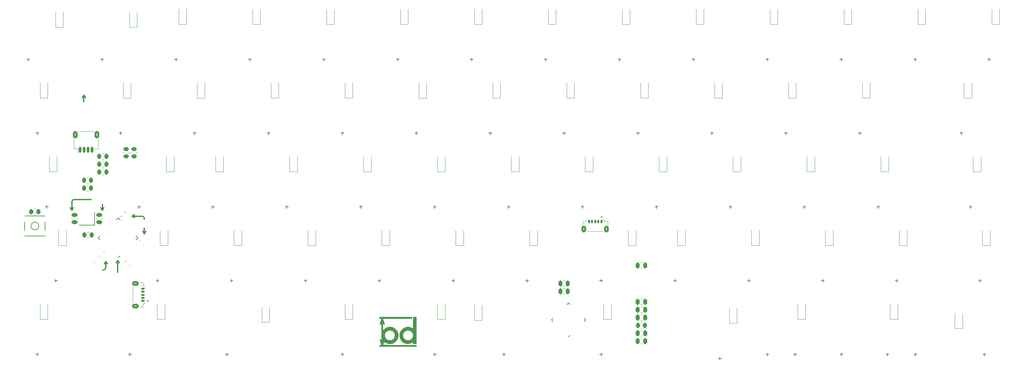
<source format=gbo>
%TF.GenerationSoftware,KiCad,Pcbnew,(6.0.5)*%
%TF.CreationDate,2022-07-14T23:48:44-04:00*%
%TF.ProjectId,bd64pcb,62643634-7063-4622-9e6b-696361645f70,rev?*%
%TF.SameCoordinates,Original*%
%TF.FileFunction,Legend,Bot*%
%TF.FilePolarity,Positive*%
%FSLAX46Y46*%
G04 Gerber Fmt 4.6, Leading zero omitted, Abs format (unit mm)*
G04 Created by KiCad (PCBNEW (6.0.5)) date 2022-07-14 23:48:44*
%MOMM*%
%LPD*%
G01*
G04 APERTURE LIST*
G04 Aperture macros list*
%AMRoundRect*
0 Rectangle with rounded corners*
0 $1 Rounding radius*
0 $2 $3 $4 $5 $6 $7 $8 $9 X,Y pos of 4 corners*
0 Add a 4 corners polygon primitive as box body*
4,1,4,$2,$3,$4,$5,$6,$7,$8,$9,$2,$3,0*
0 Add four circle primitives for the rounded corners*
1,1,$1+$1,$2,$3*
1,1,$1+$1,$4,$5*
1,1,$1+$1,$6,$7*
1,1,$1+$1,$8,$9*
0 Add four rect primitives between the rounded corners*
20,1,$1+$1,$2,$3,$4,$5,0*
20,1,$1+$1,$4,$5,$6,$7,0*
20,1,$1+$1,$6,$7,$8,$9,0*
20,1,$1+$1,$8,$9,$2,$3,0*%
%AMRotRect*
0 Rectangle, with rotation*
0 The origin of the aperture is its center*
0 $1 length*
0 $2 width*
0 $3 Rotation angle, in degrees counterclockwise*
0 Add horizontal line*
21,1,$1,$2,0,0,$3*%
%AMFreePoly0*
4,1,24,1.200000,-1.125000,0.000000,-1.125000,0.000000,-1.121145,-0.146842,-1.115375,-0.347644,-1.069939,-0.536804,-0.988669,-0.707985,-0.874289,-0.855457,-0.730629,-0.974279,-0.562500,-1.060472,-0.375533,-1.111149,-0.175989,-1.124614,0.029449,-1.100416,0.233901,-1.039364,0.430519,-0.943504,0.612719,-0.816046,0.774399,-0.661258,0.910144,-0.484325,1.015408,-0.291171,1.086667,-0.088266,1.121532,
0.000000,1.120376,0.000000,1.125000,1.200000,1.125000,1.200000,-1.125000,1.200000,-1.125000,$1*%
G04 Aperture macros list end*
%ADD10C,0.300000*%
%ADD11C,0.200000*%
%ADD12C,0.120000*%
%ADD13C,3.987800*%
%ADD14C,1.750000*%
%ADD15C,2.250000*%
%ADD16FreePoly0,0.000000*%
%ADD17FreePoly0,180.000000*%
%ADD18C,3.048000*%
%ADD19RoundRect,0.250000X0.512652X0.159099X0.159099X0.512652X-0.512652X-0.159099X-0.159099X-0.512652X0*%
%ADD20RoundRect,0.250000X-0.159099X0.512652X-0.512652X0.159099X0.159099X-0.512652X0.512652X-0.159099X0*%
%ADD21RoundRect,0.250000X-0.512652X-0.159099X-0.159099X-0.512652X0.512652X0.159099X0.159099X0.512652X0*%
%ADD22RoundRect,0.250000X0.159099X-0.512652X0.512652X-0.159099X-0.159099X0.512652X-0.512652X0.159099X0*%
%ADD23RoundRect,0.250000X0.475000X-0.250000X0.475000X0.250000X-0.475000X0.250000X-0.475000X-0.250000X0*%
%ADD24RoundRect,0.250000X-0.475000X0.250000X-0.475000X-0.250000X0.475000X-0.250000X0.475000X0.250000X0*%
%ADD25RoundRect,0.250000X-0.250000X-0.475000X0.250000X-0.475000X0.250000X0.475000X-0.250000X0.475000X0*%
%ADD26RoundRect,0.250000X0.250000X0.475000X-0.250000X0.475000X-0.250000X-0.475000X0.250000X-0.475000X0*%
%ADD27R,1.200000X0.900000*%
%ADD28R,1.000000X0.700000*%
%ADD29R,0.700000X1.000000*%
%ADD30RoundRect,0.250000X0.262500X0.450000X-0.262500X0.450000X-0.262500X-0.450000X0.262500X-0.450000X0*%
%ADD31RoundRect,0.250000X-0.450000X0.262500X-0.450000X-0.262500X0.450000X-0.262500X0.450000X0.262500X0*%
%ADD32RoundRect,0.250000X-0.262500X-0.450000X0.262500X-0.450000X0.262500X0.450000X-0.262500X0.450000X0*%
%ADD33R,1.800000X1.100000*%
%ADD34RoundRect,0.050000X-0.229810X-0.300520X0.300520X0.229810X0.229810X0.300520X-0.300520X-0.229810X0*%
%ADD35RoundRect,0.050000X0.229810X-0.300520X0.300520X-0.229810X-0.229810X0.300520X-0.300520X0.229810X0*%
%ADD36RoundRect,1.500000X0.000000X-0.707107X0.707107X0.000000X0.000000X0.707107X-0.707107X0.000000X0*%
%ADD37R,1.400000X1.200000*%
%ADD38RoundRect,0.062500X-0.291682X-0.380070X0.380070X0.291682X0.291682X0.380070X-0.380070X-0.291682X0*%
%ADD39RoundRect,0.062500X0.291682X-0.380070X0.380070X-0.291682X-0.291682X0.380070X-0.380070X0.291682X0*%
%ADD40RotRect,5.200000X5.200000X45.000000*%
%ADD41RoundRect,0.150000X-0.150000X-0.625000X0.150000X-0.625000X0.150000X0.625000X-0.150000X0.625000X0*%
%ADD42RoundRect,0.250000X-0.350000X-0.650000X0.350000X-0.650000X0.350000X0.650000X-0.350000X0.650000X0*%
%ADD43RoundRect,0.125000X0.375000X-0.125000X0.375000X0.125000X-0.375000X0.125000X-0.375000X-0.125000X0*%
%ADD44RoundRect,0.250000X0.600000X-0.350000X0.600000X0.350000X-0.600000X0.350000X-0.600000X-0.350000X0*%
%ADD45RoundRect,0.125000X0.125000X0.375000X-0.125000X0.375000X-0.125000X-0.375000X0.125000X-0.375000X0*%
%ADD46RoundRect,0.250000X0.350000X0.600000X-0.350000X0.600000X-0.350000X-0.600000X0.350000X-0.600000X0*%
G04 APERTURE END LIST*
D10*
X36512500Y-69056250D02*
X36512500Y-67405250D01*
X41275000Y-97155000D02*
X41275000Y-95631000D01*
X41275000Y-97155000D02*
X40894000Y-96520000D01*
X52070000Y-103251000D02*
X51689000Y-102616000D01*
X33401000Y-97155000D02*
X33020000Y-96520000D01*
X34036000Y-94361000D02*
G75*
G03*
X33401000Y-94996000I0J-635000D01*
G01*
X41402000Y-112649000D02*
G75*
G03*
X42164000Y-111887000I0J762000D01*
G01*
X34036000Y-94361000D02*
X38354000Y-94361000D01*
X52070000Y-101727000D02*
X52070000Y-103251000D01*
X36512500Y-67405250D02*
X36131500Y-68040250D01*
X42164000Y-110363000D02*
X41783000Y-110998000D01*
X33401000Y-97155000D02*
X33782000Y-96520000D01*
X45212000Y-110109000D02*
X45212000Y-113157000D01*
X36512500Y-67405250D02*
X36893500Y-68040250D01*
X48895000Y-98679000D02*
X49530000Y-99060000D01*
X51562000Y-98679000D02*
X48895000Y-98679000D01*
X45212000Y-110109000D02*
X44831000Y-110744000D01*
X33401000Y-97155000D02*
X33401000Y-94996000D01*
X42164000Y-110363000D02*
X42164000Y-111887000D01*
X48895000Y-98679000D02*
X49530000Y-98298000D01*
X41275000Y-97155000D02*
X41656000Y-96520000D01*
X42164000Y-110363000D02*
X42545000Y-110998000D01*
X45212000Y-110109000D02*
X45593000Y-110744000D01*
X52070000Y-99187000D02*
G75*
G03*
X51562000Y-98679000I-508000J0D01*
G01*
X52070000Y-103251000D02*
X52451000Y-102616000D01*
X52070000Y-99187000D02*
X52070000Y-99441000D01*
D11*
%TO.C,L1*%
X21775297Y-58197571D02*
X22537202Y-58197571D01*
X22156250Y-57816619D02*
X22156250Y-58578523D01*
%TO.C,L2*%
X40825297Y-58197571D02*
X41587202Y-58197571D01*
X41206250Y-57816619D02*
X41206250Y-58578523D01*
%TO.C,L3*%
X59875297Y-58197571D02*
X60637202Y-58197571D01*
X60256250Y-57816619D02*
X60256250Y-58578523D01*
%TO.C,L4*%
X78925297Y-58197571D02*
X79687202Y-58197571D01*
X79306250Y-57816619D02*
X79306250Y-58578523D01*
%TO.C,L5*%
X97975297Y-58197571D02*
X98737202Y-58197571D01*
X98356250Y-57816619D02*
X98356250Y-58578523D01*
%TO.C,L6*%
X117025297Y-58197571D02*
X117787202Y-58197571D01*
X117406250Y-57816619D02*
X117406250Y-58578523D01*
%TO.C,L7*%
X136075297Y-58197571D02*
X136837202Y-58197571D01*
X136456250Y-57816619D02*
X136456250Y-58578523D01*
%TO.C,L8*%
X155125297Y-58197571D02*
X155887202Y-58197571D01*
X155506250Y-57816619D02*
X155506250Y-58578523D01*
%TO.C,L9*%
X174175297Y-58197571D02*
X174937202Y-58197571D01*
X174556250Y-57816619D02*
X174556250Y-58578523D01*
%TO.C,L10*%
X193225297Y-58197571D02*
X193987202Y-58197571D01*
X193606250Y-57816619D02*
X193606250Y-58578523D01*
%TO.C,L11*%
X212275297Y-58197571D02*
X213037202Y-58197571D01*
X212656250Y-57816619D02*
X212656250Y-58578523D01*
%TO.C,L12*%
X231325297Y-58197571D02*
X232087202Y-58197571D01*
X231706250Y-57816619D02*
X231706250Y-58578523D01*
%TO.C,L13*%
X250375297Y-58197571D02*
X251137202Y-58197571D01*
X250756250Y-57816619D02*
X250756250Y-58578523D01*
%TO.C,L14*%
X269425297Y-58197571D02*
X270187202Y-58197571D01*
X269806250Y-57816619D02*
X269806250Y-58578523D01*
%TO.C,L15*%
X24156547Y-134397571D02*
X24918452Y-134397571D01*
X24537500Y-134016619D02*
X24537500Y-134778523D01*
%TO.C,L16*%
X47969047Y-134397571D02*
X48730952Y-134397571D01*
X48350000Y-134016619D02*
X48350000Y-134778523D01*
%TO.C,L18*%
X45587797Y-77247571D02*
X46349702Y-77247571D01*
X45968750Y-76866619D02*
X45968750Y-77628523D01*
%TO.C,L19*%
X64637797Y-77247571D02*
X65399702Y-77247571D01*
X65018750Y-76866619D02*
X65018750Y-77628523D01*
%TO.C,L20*%
X83687797Y-77247571D02*
X84449702Y-77247571D01*
X84068750Y-76866619D02*
X84068750Y-77628523D01*
%TO.C,L21*%
X102737797Y-77247571D02*
X103499702Y-77247571D01*
X103118750Y-76866619D02*
X103118750Y-77628523D01*
%TO.C,L22*%
X121787797Y-77247571D02*
X122549702Y-77247571D01*
X122168750Y-76866619D02*
X122168750Y-77628523D01*
%TO.C,L23*%
X140837797Y-77247571D02*
X141599702Y-77247571D01*
X141218750Y-76866619D02*
X141218750Y-77628523D01*
%TO.C,L24*%
X159887797Y-77247571D02*
X160649702Y-77247571D01*
X160268750Y-76866619D02*
X160268750Y-77628523D01*
%TO.C,L25*%
X178937797Y-77247571D02*
X179699702Y-77247571D01*
X179318750Y-76866619D02*
X179318750Y-77628523D01*
%TO.C,L26*%
X197987797Y-77247571D02*
X198749702Y-77247571D01*
X198368750Y-76866619D02*
X198368750Y-77628523D01*
%TO.C,L27*%
X217037797Y-77247571D02*
X217799702Y-77247571D01*
X217418750Y-76866619D02*
X217418750Y-77628523D01*
%TO.C,L28*%
X236087797Y-77247571D02*
X236849702Y-77247571D01*
X236468750Y-76866619D02*
X236468750Y-77628523D01*
%TO.C,L29*%
X262281547Y-77247571D02*
X263043452Y-77247571D01*
X262662500Y-76866619D02*
X262662500Y-77628523D01*
%TO.C,L30*%
X72988047Y-134397571D02*
X73749952Y-134397571D01*
X73369000Y-134016619D02*
X73369000Y-134778523D01*
%TO.C,L31*%
X102737797Y-134397571D02*
X103499702Y-134397571D01*
X103118750Y-134016619D02*
X103118750Y-134778523D01*
%TO.C,L32*%
X126550297Y-134397571D02*
X127312202Y-134397571D01*
X126931250Y-134016619D02*
X126931250Y-134778523D01*
%TO.C,L33*%
X26537797Y-96297571D02*
X27299702Y-96297571D01*
X26918750Y-95916619D02*
X26918750Y-96678523D01*
%TO.C,L34*%
X50350297Y-96297571D02*
X51112202Y-96297571D01*
X50731250Y-95916619D02*
X50731250Y-96678523D01*
%TO.C,L35*%
X69400297Y-96297571D02*
X70162202Y-96297571D01*
X69781250Y-95916619D02*
X69781250Y-96678523D01*
%TO.C,L36*%
X88450297Y-96297571D02*
X89212202Y-96297571D01*
X88831250Y-95916619D02*
X88831250Y-96678523D01*
%TO.C,L37*%
X107500297Y-96297571D02*
X108262202Y-96297571D01*
X107881250Y-95916619D02*
X107881250Y-96678523D01*
%TO.C,L38*%
X126550297Y-96297571D02*
X127312202Y-96297571D01*
X126931250Y-95916619D02*
X126931250Y-96678523D01*
%TO.C,L39*%
X145600297Y-96297571D02*
X146362202Y-96297571D01*
X145981250Y-95916619D02*
X145981250Y-96678523D01*
%TO.C,L40*%
X164650297Y-96297571D02*
X165412202Y-96297571D01*
X165031250Y-95916619D02*
X165031250Y-96678523D01*
%TO.C,L41*%
X183700297Y-96297571D02*
X184462202Y-96297571D01*
X184081250Y-95916619D02*
X184081250Y-96678523D01*
%TO.C,L42*%
X202750297Y-96297571D02*
X203512202Y-96297571D01*
X203131250Y-95916619D02*
X203131250Y-96678523D01*
%TO.C,L43*%
X221800297Y-96297571D02*
X222562202Y-96297571D01*
X222181250Y-95916619D02*
X222181250Y-96678523D01*
%TO.C,L44*%
X240850297Y-96297571D02*
X241612202Y-96297571D01*
X241231250Y-95916619D02*
X241231250Y-96678523D01*
%TO.C,L45*%
X264662797Y-96297571D02*
X265424702Y-96297571D01*
X265043750Y-95916619D02*
X265043750Y-96678523D01*
%TO.C,L46*%
X144362047Y-134397571D02*
X145123952Y-134397571D01*
X144743000Y-134016619D02*
X144743000Y-134778523D01*
%TO.C,L47*%
X169412797Y-134397571D02*
X170174702Y-134397571D01*
X169793750Y-134016619D02*
X169793750Y-134778523D01*
%TO.C,L48*%
X200437571Y-135799952D02*
X200437571Y-135038047D01*
X200056619Y-135419000D02*
X200818523Y-135419000D01*
%TO.C,L49*%
X28919047Y-115347571D02*
X29680952Y-115347571D01*
X29300000Y-114966619D02*
X29300000Y-115728523D01*
%TO.C,L50*%
X55112797Y-115347571D02*
X55874702Y-115347571D01*
X55493750Y-114966619D02*
X55493750Y-115728523D01*
%TO.C,L51*%
X74162797Y-115347571D02*
X74924702Y-115347571D01*
X74543750Y-114966619D02*
X74543750Y-115728523D01*
%TO.C,L52*%
X93212797Y-115347571D02*
X93974702Y-115347571D01*
X93593750Y-114966619D02*
X93593750Y-115728523D01*
%TO.C,L53*%
X112262797Y-115347571D02*
X113024702Y-115347571D01*
X112643750Y-114966619D02*
X112643750Y-115728523D01*
%TO.C,L54*%
X131312797Y-115347571D02*
X132074702Y-115347571D01*
X131693750Y-114966619D02*
X131693750Y-115728523D01*
%TO.C,L55*%
X150362797Y-115347571D02*
X151124702Y-115347571D01*
X150743750Y-114966619D02*
X150743750Y-115728523D01*
%TO.C,L56*%
X169412797Y-115347571D02*
X170174702Y-115347571D01*
X169793750Y-114966619D02*
X169793750Y-115728523D01*
%TO.C,L57*%
X188462797Y-115347571D02*
X189224702Y-115347571D01*
X188843750Y-114966619D02*
X188843750Y-115728523D01*
%TO.C,L58*%
X207512797Y-115347571D02*
X208274702Y-115347571D01*
X207893750Y-114966619D02*
X207893750Y-115728523D01*
%TO.C,L59*%
X226562797Y-115347571D02*
X227324702Y-115347571D01*
X226943750Y-114966619D02*
X226943750Y-115728523D01*
%TO.C,L60*%
X245612797Y-115347571D02*
X246374702Y-115347571D01*
X245993750Y-114966619D02*
X245993750Y-115728523D01*
%TO.C,L61*%
X267044047Y-115347571D02*
X267805952Y-115347571D01*
X267425000Y-114966619D02*
X267425000Y-115728523D01*
%TO.C,L62*%
X219419047Y-134397571D02*
X220180952Y-134397571D01*
X219800000Y-134016619D02*
X219800000Y-134778523D01*
%TO.C,L63*%
X243231547Y-134397571D02*
X243993452Y-134397571D01*
X243612500Y-134016619D02*
X243612500Y-134778523D01*
%TO.C,L64*%
X268187047Y-134397571D02*
X268948952Y-134397571D01*
X268568000Y-134016619D02*
X268568000Y-134778523D01*
%TO.C,L17*%
X24156547Y-77247571D02*
X24918452Y-77247571D01*
X24537500Y-76866619D02*
X24537500Y-77628523D01*
%TO.C,L63*%
X250407047Y-134397571D02*
X251168952Y-134397571D01*
X250788000Y-134016619D02*
X250788000Y-134778523D01*
%TO.C,L48*%
X212275297Y-134397571D02*
X213037202Y-134397571D01*
X212656250Y-134016619D02*
X212656250Y-134778523D01*
%TO.C,L62*%
X231357047Y-134397571D02*
X232118952Y-134397571D01*
X231738000Y-134016619D02*
X231738000Y-134778523D01*
D12*
%TO.C,C1*%
X46274010Y-98875457D02*
X45904543Y-98505990D01*
X47313457Y-97836010D02*
X46943990Y-97466543D01*
%TO.C,C2*%
X51100010Y-104832543D02*
X50730543Y-105202010D01*
X52139457Y-105871990D02*
X51769990Y-106241457D01*
%TO.C,C3*%
X41482990Y-107753543D02*
X41852457Y-108123010D01*
X40443543Y-108792990D02*
X40813010Y-109162457D01*
%TO.C,C4*%
X47047543Y-110536010D02*
X47417010Y-110166543D01*
X48086990Y-111575457D02*
X48456457Y-111205990D01*
%TO.C,C5*%
X39747761Y-99575252D02*
X39747761Y-99052748D01*
X41217761Y-99575252D02*
X41217761Y-99052748D01*
%TO.C,C6*%
X34867761Y-99052748D02*
X34867761Y-99575252D01*
X33397761Y-99052748D02*
X33397761Y-99575252D01*
%TO.C,C7*%
X38919543Y-110316990D02*
X39289010Y-110686457D01*
X39958990Y-109277543D02*
X40328457Y-109647010D01*
%TO.C,C9*%
X179951748Y-110644000D02*
X180474252Y-110644000D01*
X179951748Y-112114000D02*
X180474252Y-112114000D01*
%TO.C,C10*%
X180474252Y-131672000D02*
X179951748Y-131672000D01*
X180474252Y-130202000D02*
X179951748Y-130202000D01*
%TO.C,C11*%
X160535252Y-117375000D02*
X160012748Y-117375000D01*
X160535252Y-118845000D02*
X160012748Y-118845000D01*
%TO.C,C12*%
X180474252Y-124106000D02*
X179951748Y-124106000D01*
X180474252Y-125576000D02*
X179951748Y-125576000D01*
%TO.C,C13*%
X180474252Y-128170000D02*
X179951748Y-128170000D01*
X180474252Y-129640000D02*
X179951748Y-129640000D01*
%TO.C,C14*%
X160535252Y-115343000D02*
X160012748Y-115343000D01*
X160535252Y-116813000D02*
X160012748Y-116813000D01*
%TO.C,C16*%
X179951748Y-121512000D02*
X180474252Y-121512000D01*
X179951748Y-120042000D02*
X180474252Y-120042000D01*
%TO.C,D2*%
X48212500Y-49875000D02*
X48212500Y-45975000D01*
X50212500Y-49875000D02*
X48212500Y-49875000D01*
X50212500Y-49875000D02*
X50212500Y-45975000D01*
%TO.C,D3*%
X62912500Y-49081250D02*
X62912500Y-45181250D01*
X60912500Y-49081250D02*
X60912500Y-45181250D01*
X62912500Y-49081250D02*
X60912500Y-49081250D01*
%TO.C,D4*%
X81962500Y-49081250D02*
X79962500Y-49081250D01*
X81962500Y-49081250D02*
X81962500Y-45181250D01*
X79962500Y-49081250D02*
X79962500Y-45181250D01*
%TO.C,D5*%
X101012500Y-49081250D02*
X99012500Y-49081250D01*
X101012500Y-49081250D02*
X101012500Y-45181250D01*
X99012500Y-49081250D02*
X99012500Y-45181250D01*
%TO.C,D6*%
X118062500Y-49081250D02*
X118062500Y-45181250D01*
X120062500Y-49081250D02*
X120062500Y-45181250D01*
X120062500Y-49081250D02*
X118062500Y-49081250D01*
%TO.C,D7*%
X139112500Y-49081250D02*
X139112500Y-45181250D01*
X137112500Y-49081250D02*
X137112500Y-45181250D01*
X139112500Y-49081250D02*
X137112500Y-49081250D01*
%TO.C,D8*%
X158162500Y-49081250D02*
X156162500Y-49081250D01*
X158162500Y-49081250D02*
X158162500Y-45181250D01*
X156162500Y-49081250D02*
X156162500Y-45181250D01*
%TO.C,D9*%
X177212500Y-49081250D02*
X175212500Y-49081250D01*
X175212500Y-49081250D02*
X175212500Y-45181250D01*
X177212500Y-49081250D02*
X177212500Y-45181250D01*
%TO.C,D10*%
X194262500Y-49081250D02*
X194262500Y-45181250D01*
X196262500Y-49081250D02*
X196262500Y-45181250D01*
X196262500Y-49081250D02*
X194262500Y-49081250D01*
%TO.C,D11*%
X213312500Y-49081250D02*
X213312500Y-45181250D01*
X215312500Y-49081250D02*
X215312500Y-45181250D01*
X215312500Y-49081250D02*
X213312500Y-49081250D01*
%TO.C,D12*%
X232362500Y-49081250D02*
X232362500Y-45181250D01*
X234362500Y-49081250D02*
X234362500Y-45181250D01*
X234362500Y-49081250D02*
X232362500Y-49081250D01*
%TO.C,D13*%
X253412500Y-49081250D02*
X251412500Y-49081250D01*
X251412500Y-49081250D02*
X251412500Y-45181250D01*
X253412500Y-49081250D02*
X253412500Y-45181250D01*
%TO.C,D15*%
X25193750Y-68131250D02*
X25193750Y-64231250D01*
X27193750Y-68131250D02*
X27193750Y-64231250D01*
X27193750Y-68131250D02*
X25193750Y-68131250D01*
%TO.C,D16*%
X48625000Y-68131250D02*
X48625000Y-64231250D01*
X46625000Y-68131250D02*
X46625000Y-64231250D01*
X48625000Y-68131250D02*
X46625000Y-68131250D01*
%TO.C,D17*%
X65675000Y-68131250D02*
X65675000Y-64231250D01*
X67675000Y-68131250D02*
X67675000Y-64231250D01*
X67675000Y-68131250D02*
X65675000Y-68131250D01*
%TO.C,D18*%
X86725000Y-68131250D02*
X86725000Y-64231250D01*
X84725000Y-68131250D02*
X84725000Y-64231250D01*
X86725000Y-68131250D02*
X84725000Y-68131250D01*
%TO.C,D19*%
X105775000Y-68131250D02*
X103775000Y-68131250D01*
X105775000Y-68131250D02*
X105775000Y-64231250D01*
X103775000Y-68131250D02*
X103775000Y-64231250D01*
%TO.C,D20*%
X124825000Y-68131250D02*
X124825000Y-64231250D01*
X122825000Y-68131250D02*
X122825000Y-64231250D01*
X124825000Y-68131250D02*
X122825000Y-68131250D01*
%TO.C,D21*%
X143875000Y-68131250D02*
X141875000Y-68131250D01*
X143875000Y-68131250D02*
X143875000Y-64231250D01*
X141875000Y-68131250D02*
X141875000Y-64231250D01*
%TO.C,D22*%
X160925000Y-68131250D02*
X160925000Y-64231250D01*
X162925000Y-68131250D02*
X160925000Y-68131250D01*
X162925000Y-68131250D02*
X162925000Y-64231250D01*
%TO.C,D23*%
X179975000Y-68131250D02*
X179975000Y-64231250D01*
X181975000Y-68131250D02*
X179975000Y-68131250D01*
X181975000Y-68131250D02*
X181975000Y-64231250D01*
%TO.C,D24*%
X201025000Y-68131250D02*
X199025000Y-68131250D01*
X201025000Y-68131250D02*
X201025000Y-64231250D01*
X199025000Y-68131250D02*
X199025000Y-64231250D01*
%TO.C,D25*%
X220075000Y-68131250D02*
X220075000Y-64231250D01*
X218075000Y-68131250D02*
X218075000Y-64231250D01*
X220075000Y-68131250D02*
X218075000Y-68131250D01*
%TO.C,D26*%
X239125000Y-68131250D02*
X239125000Y-64231250D01*
X239125000Y-68131250D02*
X237125000Y-68131250D01*
X237125000Y-68131250D02*
X237125000Y-64231250D01*
%TO.C,D14*%
X270462500Y-49081250D02*
X270462500Y-45181250D01*
X272462500Y-49081250D02*
X270462500Y-49081250D01*
X272462500Y-49081250D02*
X272462500Y-45181250D01*
%TO.C,D28*%
X29575000Y-87181250D02*
X27575000Y-87181250D01*
X27575000Y-87181250D02*
X27575000Y-83281250D01*
X29575000Y-87181250D02*
X29575000Y-83281250D01*
%TO.C,D29*%
X57737500Y-87181250D02*
X57737500Y-83281250D01*
X59737500Y-87181250D02*
X59737500Y-83281250D01*
X59737500Y-87181250D02*
X57737500Y-87181250D01*
%TO.C,D30*%
X72437500Y-87181250D02*
X70437500Y-87181250D01*
X72437500Y-87181250D02*
X72437500Y-83281250D01*
X70437500Y-87181250D02*
X70437500Y-83281250D01*
%TO.C,D31*%
X91487500Y-87181250D02*
X89487500Y-87181250D01*
X89487500Y-87181250D02*
X89487500Y-83281250D01*
X91487500Y-87181250D02*
X91487500Y-83281250D01*
%TO.C,D32*%
X108537500Y-87181250D02*
X108537500Y-83281250D01*
X110537500Y-87181250D02*
X108537500Y-87181250D01*
X110537500Y-87181250D02*
X110537500Y-83281250D01*
%TO.C,D33*%
X129587500Y-87181250D02*
X127587500Y-87181250D01*
X127587500Y-87181250D02*
X127587500Y-83281250D01*
X129587500Y-87181250D02*
X129587500Y-83281250D01*
%TO.C,D34*%
X146637500Y-87181250D02*
X146637500Y-83281250D01*
X148637500Y-87181250D02*
X146637500Y-87181250D01*
X148637500Y-87181250D02*
X148637500Y-83281250D01*
%TO.C,D35*%
X167687500Y-87181250D02*
X165687500Y-87181250D01*
X165687500Y-87181250D02*
X165687500Y-83281250D01*
X167687500Y-87181250D02*
X167687500Y-83281250D01*
%TO.C,D36*%
X186737500Y-87181250D02*
X184737500Y-87181250D01*
X184737500Y-87181250D02*
X184737500Y-83281250D01*
X186737500Y-87181250D02*
X186737500Y-83281250D01*
%TO.C,D37*%
X203787500Y-87181250D02*
X203787500Y-83281250D01*
X205787500Y-87181250D02*
X205787500Y-83281250D01*
X205787500Y-87181250D02*
X203787500Y-87181250D01*
%TO.C,D38*%
X224837500Y-87181250D02*
X224837500Y-83281250D01*
X222837500Y-87181250D02*
X222837500Y-83281250D01*
X224837500Y-87181250D02*
X222837500Y-87181250D01*
%TO.C,D39*%
X243887500Y-87181250D02*
X241887500Y-87181250D01*
X241887500Y-87181250D02*
X241887500Y-83281250D01*
X243887500Y-87181250D02*
X243887500Y-83281250D01*
%TO.C,D27*%
X263318750Y-68131250D02*
X263318750Y-64231250D01*
X265318750Y-68131250D02*
X263318750Y-68131250D01*
X265318750Y-68131250D02*
X265318750Y-64231250D01*
%TO.C,D41*%
X29956250Y-106231250D02*
X29956250Y-102331250D01*
X31956250Y-106231250D02*
X31956250Y-102331250D01*
X31956250Y-106231250D02*
X29956250Y-106231250D01*
%TO.C,D42*%
X58150000Y-106231250D02*
X58150000Y-102331250D01*
X58150000Y-106231250D02*
X56150000Y-106231250D01*
X56150000Y-106231250D02*
X56150000Y-102331250D01*
%TO.C,D43*%
X77200000Y-106231250D02*
X77200000Y-102331250D01*
X75200000Y-106231250D02*
X75200000Y-102331250D01*
X77200000Y-106231250D02*
X75200000Y-106231250D01*
%TO.C,D44*%
X96250000Y-106231250D02*
X94250000Y-106231250D01*
X94250000Y-106231250D02*
X94250000Y-102331250D01*
X96250000Y-106231250D02*
X96250000Y-102331250D01*
%TO.C,D45*%
X115300000Y-106231250D02*
X113300000Y-106231250D01*
X115300000Y-106231250D02*
X115300000Y-102331250D01*
X113300000Y-106231250D02*
X113300000Y-102331250D01*
%TO.C,D46*%
X134350000Y-106231250D02*
X132350000Y-106231250D01*
X132350000Y-106231250D02*
X132350000Y-102331250D01*
X134350000Y-106231250D02*
X134350000Y-102331250D01*
%TO.C,D47*%
X151400000Y-106231250D02*
X151400000Y-102331250D01*
X153400000Y-106231250D02*
X153400000Y-102331250D01*
X153400000Y-106231250D02*
X151400000Y-106231250D01*
%TO.C,D48*%
X178800000Y-106231250D02*
X178800000Y-102331250D01*
X178800000Y-106231250D02*
X176800000Y-106231250D01*
X176800000Y-106231250D02*
X176800000Y-102331250D01*
%TO.C,D49*%
X189500000Y-106231250D02*
X189500000Y-102331250D01*
X191500000Y-106231250D02*
X191500000Y-102331250D01*
X191500000Y-106231250D02*
X189500000Y-106231250D01*
%TO.C,D50*%
X210550000Y-106231250D02*
X210550000Y-102331250D01*
X208550000Y-106231250D02*
X208550000Y-102331250D01*
X210550000Y-106231250D02*
X208550000Y-106231250D01*
%TO.C,D51*%
X229600000Y-106231250D02*
X229600000Y-102331250D01*
X229600000Y-106231250D02*
X227600000Y-106231250D01*
X227600000Y-106231250D02*
X227600000Y-102331250D01*
%TO.C,D52*%
X246650000Y-106231250D02*
X246650000Y-102331250D01*
X248650000Y-106231250D02*
X248650000Y-102331250D01*
X248650000Y-106231250D02*
X246650000Y-106231250D01*
%TO.C,D40*%
X267700000Y-87181250D02*
X265700000Y-87181250D01*
X267700000Y-87181250D02*
X267700000Y-83281250D01*
X265700000Y-87181250D02*
X265700000Y-83281250D01*
%TO.C,D54*%
X25193750Y-125281250D02*
X25193750Y-121381250D01*
X27193750Y-125281250D02*
X25193750Y-125281250D01*
X27193750Y-125281250D02*
X27193750Y-121381250D01*
%TO.C,D55*%
X57356250Y-125281250D02*
X57356250Y-121381250D01*
X55356250Y-125281250D02*
X55356250Y-121381250D01*
X57356250Y-125281250D02*
X55356250Y-125281250D01*
%TO.C,D56*%
X82343750Y-126075000D02*
X82343750Y-122175000D01*
X84343750Y-126075000D02*
X82343750Y-126075000D01*
X84343750Y-126075000D02*
X84343750Y-122175000D01*
%TO.C,D57*%
X105775000Y-125281250D02*
X105775000Y-121381250D01*
X105775000Y-125281250D02*
X103775000Y-125281250D01*
X103775000Y-125281250D02*
X103775000Y-121381250D01*
%TO.C,D58*%
X129587500Y-125281250D02*
X127587500Y-125281250D01*
X127587500Y-125281250D02*
X127587500Y-121381250D01*
X129587500Y-125281250D02*
X129587500Y-121381250D01*
%TO.C,D59*%
X139112500Y-125567000D02*
X137112500Y-125567000D01*
X139112500Y-125567000D02*
X139112500Y-121667000D01*
X137112500Y-125567000D02*
X137112500Y-121667000D01*
%TO.C,D60*%
X172450000Y-125281250D02*
X170450000Y-125281250D01*
X170450000Y-125281250D02*
X170450000Y-121381250D01*
X172450000Y-125281250D02*
X172450000Y-121381250D01*
%TO.C,D61*%
X204835000Y-126329000D02*
X204835000Y-122429000D01*
X204835000Y-126329000D02*
X202835000Y-126329000D01*
X202835000Y-126329000D02*
X202835000Y-122429000D01*
%TO.C,D62*%
X222456250Y-125281250D02*
X222456250Y-121381250D01*
X222456250Y-125281250D02*
X220456250Y-125281250D01*
X220456250Y-125281250D02*
X220456250Y-121381250D01*
%TO.C,D63*%
X246268750Y-125281250D02*
X244268750Y-125281250D01*
X244268750Y-125281250D02*
X244268750Y-121381250D01*
X246268750Y-125281250D02*
X246268750Y-121381250D01*
%TO.C,D64*%
X262937500Y-127662500D02*
X260937500Y-127662500D01*
X260937500Y-127662500D02*
X260937500Y-123762500D01*
X262937500Y-127662500D02*
X262937500Y-123762500D01*
%TO.C,D53*%
X268081250Y-106231250D02*
X268081250Y-102331250D01*
X270081250Y-106231250D02*
X270081250Y-102331250D01*
X270081250Y-106231250D02*
X268081250Y-106231250D01*
%TO.C,R3*%
X37819064Y-104240000D02*
X37364936Y-104240000D01*
X37819064Y-102770000D02*
X37364936Y-102770000D01*
%TO.C,R5*%
X41629064Y-86514000D02*
X41174936Y-86514000D01*
X41629064Y-87984000D02*
X41174936Y-87984000D01*
%TO.C,R8*%
X37692064Y-88673000D02*
X37237936Y-88673000D01*
X37692064Y-90143000D02*
X37237936Y-90143000D01*
%TO.C,R9*%
X24103064Y-98271000D02*
X23648936Y-98271000D01*
X24103064Y-96801000D02*
X23648936Y-96801000D01*
%TO.C,R10*%
X50138000Y-82068936D02*
X50138000Y-82523064D01*
X48668000Y-82068936D02*
X48668000Y-82523064D01*
%TO.C,R11*%
X46636000Y-82068936D02*
X46636000Y-82523064D01*
X48106000Y-82068936D02*
X48106000Y-82523064D01*
%TO.C,R12*%
X179985936Y-126138000D02*
X180440064Y-126138000D01*
X179985936Y-127608000D02*
X180440064Y-127608000D01*
D11*
%TO.C,SW1*%
X21276000Y-103819000D02*
X26476000Y-103819000D01*
X21276000Y-100119000D02*
X21276000Y-102319000D01*
X26476000Y-102319000D02*
X26476000Y-100119000D01*
X26476000Y-98619000D02*
X21276000Y-98619000D01*
X24876000Y-101219000D02*
G75*
G03*
X24876000Y-101219000I-1000000J0D01*
G01*
%TO.C,U2*%
X157407705Y-125087091D02*
X157018796Y-125476000D01*
X157018796Y-125476000D02*
X157407705Y-125864909D01*
X161028091Y-121466705D02*
X161417000Y-121077796D01*
X165815204Y-125476000D02*
X165426295Y-125087091D01*
X161417000Y-121077796D02*
X161805909Y-121466705D01*
X161805909Y-129485295D02*
X161417000Y-129874204D01*
X165426295Y-125864909D02*
X165815204Y-125476000D01*
%TO.C,Y1*%
X39307761Y-100964000D02*
X35307761Y-100964000D01*
X39307761Y-97664000D02*
X39307761Y-100964000D01*
D12*
%TO.C,C15*%
X180474252Y-122074000D02*
X179951748Y-122074000D01*
X180474252Y-123544000D02*
X179951748Y-123544000D01*
%TO.C,R7*%
X41629064Y-82450000D02*
X41174936Y-82450000D01*
X41629064Y-83920000D02*
X41174936Y-83920000D01*
%TO.C,R6*%
X41629064Y-84482000D02*
X41174936Y-84482000D01*
X41629064Y-85952000D02*
X41174936Y-85952000D01*
D11*
%TO.C,U1*%
X40746341Y-103754348D02*
X40233689Y-104267000D01*
X45339000Y-99161689D02*
X45851652Y-99674341D01*
X44826348Y-99674341D02*
X45339000Y-99161689D01*
X50444311Y-104267000D02*
X49931659Y-103754348D01*
X49931659Y-104779652D02*
X50444311Y-104267000D01*
X45851652Y-108859659D02*
X45339000Y-109372311D01*
X40233689Y-104267000D02*
X40746341Y-104779652D01*
D12*
%TO.C,R4*%
X37692064Y-92175000D02*
X37237936Y-92175000D01*
X37692064Y-90705000D02*
X37237936Y-90705000D01*
%TO.C,D1*%
X31162500Y-49875000D02*
X31162500Y-45975000D01*
X31162500Y-49875000D02*
X29162500Y-49875000D01*
X29162500Y-49875000D02*
X29162500Y-45975000D01*
%TO.C,J1*%
X33974000Y-81287000D02*
X35024000Y-81287000D01*
X35144000Y-76817000D02*
X39024000Y-76817000D01*
X40194000Y-81287000D02*
X39144000Y-81287000D01*
X33974000Y-78787000D02*
X33974000Y-81287000D01*
X35024000Y-81287000D02*
X35024000Y-82277000D01*
X40194000Y-78787000D02*
X40194000Y-81287000D01*
%TO.C,J2*%
X52056000Y-116639000D02*
X52056000Y-116889000D01*
X53049553Y-120349000D02*
X53049553Y-120849000D01*
X50856000Y-122209000D02*
X51756000Y-122209000D01*
X50856000Y-115789000D02*
X51756000Y-115789000D01*
X52056000Y-121359000D02*
X52056000Y-121109000D01*
X52696000Y-120599000D02*
X53049553Y-120349000D01*
X51756000Y-115789000D02*
X51756000Y-116639000D01*
X51756000Y-121359000D02*
X52056000Y-121359000D01*
X49136000Y-121039000D02*
X49136000Y-116959000D01*
X51756000Y-116639000D02*
X52056000Y-116639000D01*
X51756000Y-122209000D02*
X51756000Y-121359000D01*
X53049553Y-120849000D02*
X52696000Y-120599000D01*
X52056000Y-121109000D02*
X52196000Y-121109000D01*
%TO.C,J3*%
X165065000Y-100909000D02*
X165065000Y-100009000D01*
X170315000Y-102629000D02*
X166235000Y-102629000D01*
X170635000Y-100009000D02*
X170635000Y-99709000D01*
X165915000Y-100009000D02*
X165915000Y-99709000D01*
X165065000Y-100009000D02*
X165915000Y-100009000D01*
X169875000Y-99069000D02*
X169625000Y-98715447D01*
X171485000Y-100909000D02*
X171485000Y-100009000D01*
X169625000Y-98715447D02*
X170125000Y-98715447D01*
X170385000Y-99709000D02*
X170385000Y-99569000D01*
X171485000Y-100009000D02*
X170635000Y-100009000D01*
X165915000Y-99709000D02*
X166165000Y-99709000D01*
X170125000Y-98715447D02*
X169875000Y-99069000D01*
X170635000Y-99709000D02*
X170385000Y-99709000D01*
%TO.C,G\u002A\u002A\u002A*%
G36*
X117585278Y-129657712D02*
G01*
X117577666Y-129761250D01*
X117566213Y-129847897D01*
X117542322Y-129966038D01*
X117479164Y-130190234D01*
X117394973Y-130404031D01*
X117290517Y-130606314D01*
X117166566Y-130795966D01*
X117023891Y-130971871D01*
X116863262Y-131132915D01*
X116685448Y-131277980D01*
X116491219Y-131405951D01*
X116422382Y-131444766D01*
X116220822Y-131540237D01*
X116011405Y-131614119D01*
X115796126Y-131666395D01*
X115576979Y-131697046D01*
X115355956Y-131706055D01*
X115135052Y-131693403D01*
X114916260Y-131659073D01*
X114701574Y-131603046D01*
X114492987Y-131525304D01*
X114292493Y-131425830D01*
X114279344Y-131418350D01*
X114202821Y-131372421D01*
X114126153Y-131322804D01*
X114054699Y-131273195D01*
X113993817Y-131227289D01*
X113948866Y-131188785D01*
X113939546Y-131180336D01*
X113914231Y-131163126D01*
X113899350Y-131162934D01*
X113896379Y-131168860D01*
X113886092Y-131195259D01*
X113869904Y-131239982D01*
X113848785Y-131300246D01*
X113823708Y-131373265D01*
X113795644Y-131456255D01*
X113765564Y-131546432D01*
X113747083Y-131602186D01*
X113718419Y-131688586D01*
X113692615Y-131766270D01*
X113670608Y-131832425D01*
X113653336Y-131884234D01*
X113641734Y-131918882D01*
X113636740Y-131933554D01*
X113637231Y-131934134D01*
X113644421Y-131935474D01*
X113660604Y-131936733D01*
X113686406Y-131937915D01*
X113722453Y-131939020D01*
X113769371Y-131940052D01*
X113827784Y-131941012D01*
X113898318Y-131941903D01*
X113981599Y-131942727D01*
X114078253Y-131943485D01*
X114188906Y-131944181D01*
X114314182Y-131944816D01*
X114454707Y-131945393D01*
X114611107Y-131945914D01*
X114784008Y-131946380D01*
X114974035Y-131946794D01*
X115181813Y-131947159D01*
X115407969Y-131947476D01*
X115653127Y-131947747D01*
X115917915Y-131947975D01*
X116202956Y-131948163D01*
X116508876Y-131948311D01*
X116836302Y-131948423D01*
X117185859Y-131948499D01*
X117558172Y-131948544D01*
X117953867Y-131948558D01*
X122276512Y-131948558D01*
X122276512Y-132428710D01*
X112673488Y-132428710D01*
X112673488Y-131948558D01*
X112913563Y-131948558D01*
X112928411Y-131948553D01*
X112999910Y-131948349D01*
X113061776Y-131947890D01*
X113110416Y-131947222D01*
X113142234Y-131946391D01*
X113153639Y-131945445D01*
X113153462Y-131944795D01*
X113148209Y-131928500D01*
X113136135Y-131891783D01*
X113117882Y-131836575D01*
X113094092Y-131764809D01*
X113065405Y-131678416D01*
X113032464Y-131579328D01*
X112995910Y-131469478D01*
X112956383Y-131350797D01*
X112914527Y-131225218D01*
X112675414Y-130508105D01*
X113153639Y-130508105D01*
X113153639Y-129503717D01*
X114115408Y-129503717D01*
X114127786Y-129663665D01*
X114160766Y-129821317D01*
X114214320Y-129974626D01*
X114288420Y-130121548D01*
X114383039Y-130260038D01*
X114498148Y-130388052D01*
X114513216Y-130402484D01*
X114645598Y-130511248D01*
X114791300Y-130601579D01*
X114947057Y-130671706D01*
X115109606Y-130719857D01*
X115156412Y-130728220D01*
X115239411Y-130737161D01*
X115332145Y-130742009D01*
X115426311Y-130742583D01*
X115513604Y-130738703D01*
X115585723Y-130730189D01*
X115733529Y-130694739D01*
X115891484Y-130634761D01*
X116039208Y-130554977D01*
X116174779Y-130457001D01*
X116296273Y-130342446D01*
X116401769Y-130212924D01*
X116489345Y-130070047D01*
X116557076Y-129915428D01*
X116573331Y-129867025D01*
X116614115Y-129698979D01*
X116631729Y-129530189D01*
X116626597Y-129362616D01*
X116599143Y-129198218D01*
X116549793Y-129038957D01*
X116478970Y-128886793D01*
X116387100Y-128743684D01*
X116274607Y-128611593D01*
X116248588Y-128585617D01*
X116118183Y-128474789D01*
X115977819Y-128384505D01*
X115829531Y-128314765D01*
X115675354Y-128265569D01*
X115517323Y-128236918D01*
X115357470Y-128228810D01*
X115197833Y-128241247D01*
X115040444Y-128274228D01*
X114887339Y-128327753D01*
X114740552Y-128401822D01*
X114602117Y-128496435D01*
X114474070Y-128611593D01*
X114363511Y-128741093D01*
X114272466Y-128881853D01*
X114202160Y-129030540D01*
X114152567Y-129185109D01*
X114123659Y-129343517D01*
X114115408Y-129503717D01*
X113153639Y-129503717D01*
X113153639Y-126666895D01*
X112675414Y-126666895D01*
X112914527Y-125949782D01*
X112923748Y-125922124D01*
X112965155Y-125797874D01*
X113004093Y-125680940D01*
X113039920Y-125573254D01*
X113071995Y-125476750D01*
X113099676Y-125393357D01*
X113122323Y-125325010D01*
X113139293Y-125273639D01*
X113149946Y-125241176D01*
X113153639Y-125229555D01*
X113153182Y-125229362D01*
X113137489Y-125228435D01*
X113102087Y-125227633D01*
X113050570Y-125227002D01*
X112986531Y-125226589D01*
X112913563Y-125226441D01*
X112673488Y-125226441D01*
X112673488Y-124746290D01*
X121076134Y-124746290D01*
X121076134Y-125226441D01*
X117354962Y-125226441D01*
X117218291Y-125226443D01*
X116923720Y-125226462D01*
X116635814Y-125226500D01*
X116355486Y-125226556D01*
X116083648Y-125226630D01*
X115821214Y-125226720D01*
X115569096Y-125226826D01*
X115328208Y-125226947D01*
X115099460Y-125227083D01*
X114883768Y-125227232D01*
X114682042Y-125227394D01*
X114495196Y-125227568D01*
X114324144Y-125227754D01*
X114169796Y-125227950D01*
X114033067Y-125228156D01*
X113914869Y-125228371D01*
X113816115Y-125228594D01*
X113737717Y-125228825D01*
X113680588Y-125229062D01*
X113645642Y-125229306D01*
X113633790Y-125229555D01*
X113633967Y-125230205D01*
X113639221Y-125246500D01*
X113651294Y-125283217D01*
X113669547Y-125338425D01*
X113693338Y-125410191D01*
X113722024Y-125496584D01*
X113754965Y-125595672D01*
X113791520Y-125705522D01*
X113831046Y-125824202D01*
X113872903Y-125949782D01*
X114112015Y-126666895D01*
X113633790Y-126666895D01*
X113633790Y-128107965D01*
X113703817Y-128026602D01*
X113836298Y-127886670D01*
X114003336Y-127741947D01*
X114185401Y-127614130D01*
X114380394Y-127504385D01*
X114586218Y-127413874D01*
X114800776Y-127343762D01*
X115021971Y-127295212D01*
X115091754Y-127285897D01*
X115195270Y-127277666D01*
X115309362Y-127273412D01*
X115427177Y-127273125D01*
X115541865Y-127276798D01*
X115646574Y-127284424D01*
X115734452Y-127295995D01*
X115750761Y-127298914D01*
X115979436Y-127352418D01*
X116198207Y-127427363D01*
X116406039Y-127523141D01*
X116601895Y-127639144D01*
X116784738Y-127774763D01*
X116953532Y-127929387D01*
X117107241Y-128102410D01*
X117229553Y-128270691D01*
X117345284Y-128468470D01*
X117440231Y-128677808D01*
X117514004Y-128897832D01*
X117566213Y-129127670D01*
X117577312Y-129210780D01*
X117585066Y-129313816D01*
X117588978Y-129427188D01*
X117589041Y-129530189D01*
X117589049Y-129544089D01*
X117585278Y-129657712D01*
G37*
G36*
X121316210Y-131708483D02*
G01*
X121316210Y-131515422D01*
X121315969Y-131471191D01*
X121314799Y-131412614D01*
X121312826Y-131366352D01*
X121310233Y-131336303D01*
X121307207Y-131326362D01*
X121295315Y-131332944D01*
X121266772Y-131349505D01*
X121226238Y-131373355D01*
X121178166Y-131401888D01*
X121150417Y-131418135D01*
X120951224Y-131519137D01*
X120743372Y-131598590D01*
X120528820Y-131656356D01*
X120309525Y-131692299D01*
X120087446Y-131706281D01*
X119864540Y-131698165D01*
X119642765Y-131667814D01*
X119424079Y-131615090D01*
X119210440Y-131539856D01*
X119010601Y-131445852D01*
X118816797Y-131329485D01*
X118637319Y-131194972D01*
X118473140Y-131043534D01*
X118325233Y-130876392D01*
X118194569Y-130694769D01*
X118082121Y-130499886D01*
X117988862Y-130292966D01*
X117915763Y-130075228D01*
X117863797Y-129847897D01*
X117852713Y-129765716D01*
X117844849Y-129662631D01*
X117840869Y-129549156D01*
X117840833Y-129503717D01*
X118796883Y-129503717D01*
X118809261Y-129663665D01*
X118842241Y-129821317D01*
X118895795Y-129974626D01*
X118969895Y-130121548D01*
X119064513Y-130260038D01*
X119179622Y-130388052D01*
X119194690Y-130402484D01*
X119327072Y-130511248D01*
X119472774Y-130601579D01*
X119628532Y-130671706D01*
X119791081Y-130719857D01*
X119837886Y-130728220D01*
X119920885Y-130737161D01*
X120013620Y-130742009D01*
X120107785Y-130742583D01*
X120195079Y-130738703D01*
X120267197Y-130730189D01*
X120415003Y-130694739D01*
X120572958Y-130634761D01*
X120720682Y-130554977D01*
X120856253Y-130457001D01*
X120977748Y-130342446D01*
X121083244Y-130212924D01*
X121170819Y-130070047D01*
X121238551Y-129915428D01*
X121254805Y-129867025D01*
X121295590Y-129698979D01*
X121313204Y-129530189D01*
X121308071Y-129362616D01*
X121280618Y-129198218D01*
X121231267Y-129038957D01*
X121160445Y-128886793D01*
X121068574Y-128743684D01*
X120956081Y-128611593D01*
X120930063Y-128585617D01*
X120799657Y-128474789D01*
X120659294Y-128384505D01*
X120511006Y-128314765D01*
X120356829Y-128265569D01*
X120198797Y-128236918D01*
X120038945Y-128228810D01*
X119879307Y-128241247D01*
X119721919Y-128274228D01*
X119568813Y-128327753D01*
X119422026Y-128401822D01*
X119283592Y-128496435D01*
X119155545Y-128611593D01*
X119044986Y-128741093D01*
X118953940Y-128881853D01*
X118883635Y-129030540D01*
X118834042Y-129185109D01*
X118805134Y-129343517D01*
X118796883Y-129503717D01*
X117840833Y-129503717D01*
X117840775Y-129432105D01*
X117844564Y-129318297D01*
X117852238Y-129214546D01*
X117863797Y-129127670D01*
X117866371Y-129113399D01*
X117920182Y-128883765D01*
X117995271Y-128664411D01*
X118091081Y-128456280D01*
X118207058Y-128260317D01*
X118342647Y-128077466D01*
X118497292Y-127908673D01*
X118670440Y-127754881D01*
X118850861Y-127624723D01*
X119049151Y-127510411D01*
X119258413Y-127416913D01*
X119477046Y-127344942D01*
X119703445Y-127295212D01*
X119773229Y-127285897D01*
X119876745Y-127277666D01*
X119990836Y-127273412D01*
X120108652Y-127273125D01*
X120223340Y-127276798D01*
X120328049Y-127284424D01*
X120415926Y-127295995D01*
X120574624Y-127329489D01*
X120787476Y-127392787D01*
X120989946Y-127474653D01*
X121178166Y-127573679D01*
X121223214Y-127600423D01*
X121264390Y-127624667D01*
X121293872Y-127641796D01*
X121307207Y-127649204D01*
X121308113Y-127642255D01*
X121309224Y-127613092D01*
X121310286Y-127562524D01*
X121311289Y-127492007D01*
X121312226Y-127402997D01*
X121313086Y-127296948D01*
X121313860Y-127175315D01*
X121314541Y-127039553D01*
X121315117Y-126891118D01*
X121315582Y-126731465D01*
X121315925Y-126562049D01*
X121316137Y-126384325D01*
X121316210Y-126199748D01*
X121316210Y-124746290D01*
X122276512Y-124746290D01*
X122276512Y-131708483D01*
X121316210Y-131708483D01*
G37*
%TD*%
%LPC*%
%TO.C,G\u002A\u002A\u002A*%
G36*
X123190402Y-121202671D02*
G01*
X123137954Y-121409223D01*
X123022338Y-121586758D01*
X122848880Y-121716432D01*
X122821758Y-121729498D01*
X122625870Y-121793666D01*
X122440709Y-121788784D01*
X122236324Y-121714769D01*
X122050682Y-121624751D01*
X122142788Y-121526545D01*
X122154239Y-121514408D01*
X122217569Y-121459441D01*
X122277865Y-121454710D01*
X122374173Y-121494868D01*
X122487826Y-121532583D01*
X122625016Y-121533349D01*
X122678351Y-121514232D01*
X122784865Y-121449203D01*
X122869528Y-121368100D01*
X122904038Y-121295088D01*
X122892091Y-121284042D01*
X122810861Y-121267313D01*
X122662598Y-121256471D01*
X122458796Y-121252613D01*
X122013554Y-121252613D01*
X122013713Y-121072095D01*
X122025508Y-120995833D01*
X122267978Y-120995833D01*
X122306458Y-121019039D01*
X122416787Y-121034637D01*
X122586008Y-121040239D01*
X122686966Y-121039231D01*
X122817102Y-121030931D01*
X122884689Y-121011966D01*
X122904038Y-120979609D01*
X122874825Y-120911963D01*
X122791356Y-120832338D01*
X122682704Y-120768843D01*
X122578362Y-120742914D01*
X122487432Y-120770311D01*
X122385259Y-120837685D01*
X122302235Y-120920904D01*
X122267978Y-120995833D01*
X122025508Y-120995833D01*
X122044309Y-120874280D01*
X122135213Y-120704744D01*
X122271481Y-120582687D01*
X122438011Y-120511723D01*
X122619704Y-120495464D01*
X122801460Y-120537523D01*
X122968178Y-120641514D01*
X123104760Y-120811048D01*
X123171837Y-120979609D01*
X123174358Y-120985945D01*
X123190402Y-121202671D01*
G37*
G36*
X120220590Y-121467512D02*
G01*
X120108542Y-121626683D01*
X119978162Y-121732680D01*
X119912154Y-121760547D01*
X119734204Y-121790830D01*
X119560423Y-121768455D01*
X119423619Y-121695616D01*
X119382445Y-121659871D01*
X119348732Y-121646699D01*
X119342102Y-121692017D01*
X119340283Y-121709739D01*
X119299808Y-121750473D01*
X119193688Y-121762312D01*
X119045274Y-121762312D01*
X119045274Y-121119657D01*
X119343494Y-121119657D01*
X119361846Y-121268732D01*
X119446184Y-121403206D01*
X119532506Y-121467757D01*
X119681334Y-121507463D01*
X119750037Y-121499763D01*
X119888069Y-121430890D01*
X119984376Y-121306586D01*
X120020566Y-121146426D01*
X120013331Y-121073307D01*
X119948618Y-120926402D01*
X119831821Y-120823905D01*
X119681334Y-120785389D01*
X119604602Y-120794340D01*
X119472846Y-120861509D01*
X119383152Y-120976932D01*
X119343494Y-121119657D01*
X119045274Y-121119657D01*
X119045274Y-119978366D01*
X119342102Y-119978366D01*
X119342102Y-120324748D01*
X119342675Y-120473849D01*
X119347101Y-120581482D01*
X119359393Y-120628987D01*
X119383562Y-120629770D01*
X119423619Y-120597236D01*
X119472670Y-120561678D01*
X119628464Y-120509090D01*
X119807897Y-120507857D01*
X119978162Y-120560172D01*
X120084932Y-120641281D01*
X120201819Y-120792900D01*
X120285436Y-120971874D01*
X120317394Y-121146426D01*
X120295919Y-121286947D01*
X120220590Y-121467512D01*
G37*
G36*
X118006852Y-120956561D02*
G01*
X118061936Y-121098201D01*
X118122111Y-121239291D01*
X118167738Y-121330629D01*
X118191834Y-121357090D01*
X118204600Y-121335419D01*
X118245249Y-121247437D01*
X118303687Y-121110061D01*
X118371938Y-120941688D01*
X118403180Y-120863116D01*
X118465834Y-120712036D01*
X118513591Y-120619055D01*
X118558069Y-120569138D01*
X118610887Y-120547254D01*
X118683664Y-120538371D01*
X118742129Y-120532922D01*
X118786588Y-120533924D01*
X118810403Y-120552063D01*
X118811756Y-120597626D01*
X118788832Y-120680898D01*
X118739813Y-120812167D01*
X118662883Y-121001717D01*
X118556223Y-121259836D01*
X118334002Y-121798119D01*
X118413389Y-121928878D01*
X118493389Y-122023760D01*
X118599408Y-122059637D01*
X118665720Y-122067836D01*
X118698812Y-122110987D01*
X118706042Y-122213892D01*
X118706042Y-122368146D01*
X118529956Y-122344489D01*
X118378530Y-122301131D01*
X118253722Y-122220516D01*
X118206216Y-122149185D01*
X118135108Y-122010947D01*
X118046527Y-121818917D01*
X117946455Y-121586068D01*
X117840876Y-121325371D01*
X117528177Y-120530540D01*
X117847318Y-120530540D01*
X118006852Y-120956561D01*
G37*
G36*
X124494189Y-121762312D02*
G01*
X124483552Y-121762241D01*
X124378852Y-121746082D01*
X124345775Y-121699224D01*
X124338564Y-121669325D01*
X124298594Y-121670818D01*
X124207962Y-121720303D01*
X124108097Y-121768651D01*
X123912534Y-121799968D01*
X123722796Y-121756121D01*
X123554555Y-121642242D01*
X123423488Y-121463464D01*
X123414312Y-121445242D01*
X123343384Y-121252712D01*
X123339322Y-121117492D01*
X123633418Y-121117492D01*
X123659106Y-121277491D01*
X123763427Y-121423950D01*
X123855637Y-121485719D01*
X123992819Y-121510890D01*
X124125058Y-121475626D01*
X124236948Y-121392634D01*
X124313080Y-121274619D01*
X124338048Y-121134290D01*
X124296444Y-120984353D01*
X124294997Y-120981655D01*
X124186716Y-120854632D01*
X124046684Y-120790801D01*
X123897216Y-120794862D01*
X123760628Y-120871515D01*
X123686449Y-120960969D01*
X123633418Y-121117492D01*
X123339322Y-121117492D01*
X123337982Y-121072904D01*
X123396508Y-120870651D01*
X123483324Y-120719859D01*
X123633402Y-120584274D01*
X123814481Y-120508765D01*
X124008009Y-120500400D01*
X124195435Y-120566248D01*
X124345775Y-120655100D01*
X124345775Y-119978366D01*
X124642603Y-119978366D01*
X124642603Y-121762312D01*
X124494189Y-121762312D01*
G37*
G36*
X120296192Y-124098433D02*
G01*
X120285556Y-124098361D01*
X120180855Y-124082203D01*
X120147778Y-124035345D01*
X120140567Y-124005446D01*
X120100598Y-124006939D01*
X120009965Y-124056423D01*
X119910100Y-124104771D01*
X119714538Y-124136088D01*
X119524799Y-124092241D01*
X119356558Y-123978362D01*
X119225491Y-123799584D01*
X119216316Y-123781363D01*
X119145387Y-123588833D01*
X119141325Y-123453612D01*
X119435422Y-123453612D01*
X119461110Y-123613612D01*
X119565430Y-123760070D01*
X119657640Y-123821839D01*
X119794822Y-123847011D01*
X119927062Y-123811747D01*
X120038951Y-123728754D01*
X120115084Y-123610739D01*
X120140052Y-123470410D01*
X120098448Y-123320473D01*
X120097001Y-123317775D01*
X119988719Y-123190752D01*
X119848687Y-123126922D01*
X119699220Y-123130983D01*
X119562631Y-123207635D01*
X119488453Y-123297090D01*
X119435422Y-123453612D01*
X119141325Y-123453612D01*
X119139985Y-123409024D01*
X119198511Y-123206771D01*
X119285327Y-123055979D01*
X119435406Y-122920394D01*
X119616485Y-122844885D01*
X119810013Y-122836521D01*
X119997438Y-122902369D01*
X120147778Y-122991220D01*
X120147778Y-122314486D01*
X120444606Y-122314486D01*
X120444606Y-124098433D01*
X120296192Y-124098433D01*
G37*
G36*
X118863662Y-123803633D02*
G01*
X118751613Y-123962803D01*
X118621234Y-124068801D01*
X118555226Y-124096668D01*
X118377276Y-124126950D01*
X118203495Y-124104575D01*
X118066690Y-124031737D01*
X118025517Y-123995992D01*
X117991804Y-123982820D01*
X117985174Y-124028137D01*
X117983355Y-124045860D01*
X117942879Y-124086593D01*
X117836760Y-124098433D01*
X117688346Y-124098433D01*
X117688346Y-123455777D01*
X117986565Y-123455777D01*
X118004918Y-123604852D01*
X118089256Y-123739327D01*
X118175578Y-123803877D01*
X118324406Y-123843583D01*
X118393109Y-123835883D01*
X118531141Y-123767010D01*
X118627448Y-123642707D01*
X118663638Y-123482546D01*
X118656403Y-123409427D01*
X118591689Y-123262523D01*
X118474893Y-123160025D01*
X118324406Y-123121510D01*
X118247674Y-123130460D01*
X118115918Y-123197629D01*
X118026223Y-123313052D01*
X117986565Y-123455777D01*
X117688346Y-123455777D01*
X117688346Y-122314486D01*
X117985174Y-122314486D01*
X117985174Y-122660869D01*
X117985746Y-122809969D01*
X117990172Y-122917602D01*
X118002465Y-122965107D01*
X118026634Y-122965890D01*
X118066690Y-122933356D01*
X118115741Y-122897799D01*
X118271536Y-122845210D01*
X118450969Y-122843977D01*
X118621234Y-122896292D01*
X118728004Y-122977402D01*
X118844891Y-123129021D01*
X118928507Y-123307995D01*
X118960466Y-123482546D01*
X118938991Y-123623067D01*
X118863662Y-123803633D01*
G37*
G36*
X121704730Y-121467512D02*
G01*
X121592682Y-121626683D01*
X121462302Y-121732680D01*
X121396294Y-121760547D01*
X121218345Y-121790830D01*
X121044563Y-121768455D01*
X120907759Y-121695616D01*
X120866585Y-121659871D01*
X120832873Y-121646699D01*
X120826242Y-121692017D01*
X120824423Y-121709739D01*
X120783948Y-121750473D01*
X120677828Y-121762312D01*
X120529414Y-121762312D01*
X120529414Y-121119657D01*
X120827634Y-121119657D01*
X120845987Y-121268732D01*
X120930325Y-121403206D01*
X121016647Y-121467757D01*
X121165474Y-121507463D01*
X121234177Y-121499763D01*
X121372210Y-121430890D01*
X121468517Y-121306586D01*
X121504706Y-121146426D01*
X121497471Y-121073307D01*
X121432758Y-120926402D01*
X121315961Y-120823905D01*
X121165474Y-120785389D01*
X121088743Y-120794340D01*
X120956986Y-120861509D01*
X120867292Y-120976932D01*
X120827634Y-121119657D01*
X120529414Y-121119657D01*
X120529414Y-120530540D01*
X120677828Y-120530540D01*
X120715245Y-120531401D01*
X120801245Y-120550572D01*
X120826242Y-120600835D01*
X120828073Y-120634681D01*
X120848237Y-120645474D01*
X120907759Y-120597236D01*
X120956810Y-120561678D01*
X121112604Y-120509090D01*
X121292038Y-120507857D01*
X121462302Y-120560172D01*
X121569072Y-120641281D01*
X121685959Y-120792900D01*
X121769576Y-120971874D01*
X121801534Y-121146426D01*
X121780060Y-121286947D01*
X121704730Y-121467512D01*
G37*
%TD*%
D13*
%TO.C,MX1*%
X24606250Y-51593750D03*
D14*
X29686250Y-51593750D03*
X19526250Y-51593750D03*
D15*
X20796250Y-49053750D03*
X27146250Y-46513750D03*
%TD*%
D14*
%TO.C,MX2*%
X48736250Y-51593750D03*
D13*
X43656250Y-51593750D03*
D14*
X38576250Y-51593750D03*
D15*
X39846250Y-49053750D03*
X46196250Y-46513750D03*
%TD*%
D13*
%TO.C,MX4*%
X81756250Y-51593750D03*
D14*
X76676250Y-51593750D03*
X86836250Y-51593750D03*
D15*
X77946250Y-49053750D03*
X84296250Y-46513750D03*
%TD*%
D13*
%TO.C,MX10*%
X196056250Y-51593750D03*
D14*
X201136250Y-51593750D03*
X190976250Y-51593750D03*
D15*
X192246250Y-49053750D03*
X198596250Y-46513750D03*
%TD*%
D14*
%TO.C,MX11*%
X220186250Y-51593750D03*
X210026250Y-51593750D03*
D13*
X215106250Y-51593750D03*
D15*
X211296250Y-49053750D03*
X217646250Y-46513750D03*
%TD*%
D14*
%TO.C,MX12*%
X239236250Y-51593750D03*
X229076250Y-51593750D03*
D13*
X234156250Y-51593750D03*
D15*
X230346250Y-49053750D03*
X236696250Y-46513750D03*
%TD*%
D14*
%TO.C,MX13*%
X248126250Y-51593750D03*
X258286250Y-51593750D03*
D13*
X253206250Y-51593750D03*
D15*
X249396250Y-49053750D03*
X255746250Y-46513750D03*
%TD*%
D14*
%TO.C,MX14*%
X277336250Y-51593750D03*
X267176250Y-51593750D03*
D13*
X272256250Y-51593750D03*
D15*
X268446250Y-49053750D03*
X274796250Y-46513750D03*
%TD*%
D13*
%TO.C,MX15*%
X26987500Y-70643750D03*
D14*
X32067500Y-70643750D03*
X21907500Y-70643750D03*
D15*
X23177500Y-68103750D03*
X29527500Y-65563750D03*
%TD*%
D13*
%TO.C,MX16*%
X48418750Y-70643750D03*
D14*
X43338750Y-70643750D03*
X53498750Y-70643750D03*
D15*
X44608750Y-68103750D03*
X50958750Y-65563750D03*
%TD*%
D14*
%TO.C,MX17*%
X62388750Y-70643750D03*
D13*
X67468750Y-70643750D03*
D14*
X72548750Y-70643750D03*
D15*
X63658750Y-68103750D03*
X70008750Y-65563750D03*
%TD*%
D13*
%TO.C,MX18*%
X86518750Y-70643750D03*
D14*
X81438750Y-70643750D03*
X91598750Y-70643750D03*
D15*
X82708750Y-68103750D03*
X89058750Y-65563750D03*
%TD*%
D14*
%TO.C,MX19*%
X110648750Y-70643750D03*
X100488750Y-70643750D03*
D13*
X105568750Y-70643750D03*
D15*
X101758750Y-68103750D03*
X108108750Y-65563750D03*
%TD*%
D14*
%TO.C,MX20*%
X119538750Y-70643750D03*
X129698750Y-70643750D03*
D13*
X124618750Y-70643750D03*
D15*
X120808750Y-68103750D03*
X127158750Y-65563750D03*
%TD*%
D14*
%TO.C,MX25*%
X224948750Y-70643750D03*
X214788750Y-70643750D03*
D13*
X219868750Y-70643750D03*
D15*
X216058750Y-68103750D03*
X222408750Y-65563750D03*
%TD*%
D14*
%TO.C,MX26*%
X243998750Y-70643750D03*
D13*
X238918750Y-70643750D03*
D14*
X233838750Y-70643750D03*
D15*
X235108750Y-68103750D03*
X241458750Y-65563750D03*
%TD*%
D14*
%TO.C,MX28*%
X24288750Y-89693750D03*
D13*
X29368750Y-89693750D03*
D14*
X34448750Y-89693750D03*
D15*
X25558750Y-87153750D03*
X31908750Y-84613750D03*
%TD*%
D14*
%TO.C,MX29*%
X58261250Y-89693750D03*
X48101250Y-89693750D03*
D13*
X53181250Y-89693750D03*
D15*
X49371250Y-87153750D03*
X55721250Y-84613750D03*
%TD*%
D14*
%TO.C,MX37*%
X200501250Y-89693750D03*
X210661250Y-89693750D03*
D13*
X205581250Y-89693750D03*
D15*
X201771250Y-87153750D03*
X208121250Y-84613750D03*
%TD*%
D14*
%TO.C,MX38*%
X229711250Y-89693750D03*
D13*
X224631250Y-89693750D03*
D14*
X219551250Y-89693750D03*
D15*
X220821250Y-87153750D03*
X227171250Y-84613750D03*
%TD*%
D13*
%TO.C,MX39*%
X243681250Y-89693750D03*
D14*
X248761250Y-89693750D03*
X238601250Y-89693750D03*
D15*
X239871250Y-87153750D03*
X246221250Y-84613750D03*
%TD*%
D14*
%TO.C,MX40*%
X272573750Y-89693750D03*
X262413750Y-89693750D03*
D13*
X267493750Y-89693750D03*
D15*
X263683750Y-87153750D03*
X270033750Y-84613750D03*
%TD*%
D13*
%TO.C,MX41*%
X31750000Y-108743750D03*
D14*
X36830000Y-108743750D03*
X26670000Y-108743750D03*
D15*
X27940000Y-106203750D03*
X34290000Y-103663750D03*
%TD*%
D13*
%TO.C,MX42*%
X57943750Y-108743750D03*
D14*
X52863750Y-108743750D03*
X63023750Y-108743750D03*
D15*
X54133750Y-106203750D03*
X60483750Y-103663750D03*
%TD*%
D13*
%TO.C,MX43*%
X76993750Y-108743750D03*
D14*
X82073750Y-108743750D03*
X71913750Y-108743750D03*
D15*
X73183750Y-106203750D03*
X79533750Y-103663750D03*
%TD*%
D14*
%TO.C,MX44*%
X90963750Y-108743750D03*
D13*
X96043750Y-108743750D03*
D14*
X101123750Y-108743750D03*
D15*
X92233750Y-106203750D03*
X98583750Y-103663750D03*
%TD*%
D14*
%TO.C,MX45*%
X120173750Y-108743750D03*
X110013750Y-108743750D03*
D13*
X115093750Y-108743750D03*
D15*
X111283750Y-106203750D03*
X117633750Y-103663750D03*
%TD*%
D14*
%TO.C,MX46*%
X129063750Y-108743750D03*
X139223750Y-108743750D03*
D13*
X134143750Y-108743750D03*
D15*
X130333750Y-106203750D03*
X136683750Y-103663750D03*
%TD*%
D14*
%TO.C,MX47*%
X158273750Y-108743750D03*
X148113750Y-108743750D03*
D13*
X153193750Y-108743750D03*
D15*
X149383750Y-106203750D03*
X155733750Y-103663750D03*
%TD*%
D14*
%TO.C,MX48*%
X167163750Y-108743750D03*
D13*
X172243750Y-108743750D03*
D14*
X177323750Y-108743750D03*
D15*
X168433750Y-106203750D03*
X174783750Y-103663750D03*
%TD*%
D13*
%TO.C,MX49*%
X191293750Y-108743750D03*
D14*
X196373750Y-108743750D03*
X186213750Y-108743750D03*
D15*
X187483750Y-106203750D03*
X193833750Y-103663750D03*
%TD*%
D13*
%TO.C,MX50*%
X210343750Y-108743750D03*
D14*
X205263750Y-108743750D03*
X215423750Y-108743750D03*
D15*
X206533750Y-106203750D03*
X212883750Y-103663750D03*
%TD*%
D14*
%TO.C,MX51*%
X234473750Y-108743750D03*
D13*
X229393750Y-108743750D03*
D14*
X224313750Y-108743750D03*
D15*
X225583750Y-106203750D03*
X231933750Y-103663750D03*
%TD*%
D13*
%TO.C,MX52*%
X248443750Y-108743750D03*
D14*
X243363750Y-108743750D03*
X253523750Y-108743750D03*
D15*
X244633750Y-106203750D03*
X250983750Y-103663750D03*
%TD*%
D14*
%TO.C,MX54*%
X32067500Y-127793750D03*
D13*
X26987500Y-127793750D03*
D14*
X21907500Y-127793750D03*
D15*
X23177500Y-125253750D03*
X29527500Y-122713750D03*
%TD*%
D14*
%TO.C,MX55*%
X45720000Y-127793750D03*
D13*
X50800000Y-127793750D03*
D14*
X55880000Y-127793750D03*
D15*
X46990000Y-125253750D03*
X53340000Y-122713750D03*
%TD*%
D14*
%TO.C,MX56*%
X69531900Y-127793150D03*
D13*
X74611900Y-127793150D03*
X76993750Y-127793750D03*
D14*
X71913750Y-127793750D03*
X79691900Y-127793150D03*
X82073750Y-127793750D03*
D16*
X70802500Y-125253750D03*
D17*
X73183750Y-125253750D03*
X79533750Y-122713750D03*
D16*
X77152500Y-122713750D03*
%TD*%
D14*
%TO.C,MX57*%
X100488750Y-127793750D03*
X110648750Y-127793750D03*
D13*
X105568750Y-127793750D03*
D15*
X101758750Y-125253750D03*
X108108750Y-122713750D03*
%TD*%
D14*
%TO.C,MX58*%
X134461250Y-127793750D03*
D13*
X129381250Y-127793750D03*
D14*
X124301250Y-127793750D03*
D15*
X125571250Y-125253750D03*
X131921250Y-122713750D03*
%TD*%
D13*
%TO.C,MX59*%
X146046400Y-127793150D03*
D14*
X151126400Y-127793150D03*
X140966400Y-127793150D03*
D13*
X96046500Y-119538150D03*
D14*
X143351250Y-127793750D03*
D18*
X96046500Y-134778150D03*
D14*
X153511250Y-127793750D03*
D13*
X196046300Y-119538150D03*
D18*
X196046300Y-134778150D03*
D13*
X148431250Y-127793750D03*
D16*
X142240000Y-125253750D03*
D17*
X144621250Y-125253750D03*
D16*
X148590000Y-122713750D03*
D17*
X150971250Y-122713750D03*
%TD*%
D14*
%TO.C,MX60*%
X177323750Y-127793750D03*
X167163750Y-127793750D03*
D13*
X172243750Y-127793750D03*
D15*
X168433750Y-125253750D03*
X174783750Y-122713750D03*
%TD*%
D13*
%TO.C,MX61*%
X198437500Y-127793750D03*
D14*
X203517500Y-127793750D03*
X193357500Y-127793750D03*
X220184600Y-127793150D03*
D13*
X215104600Y-127793150D03*
D14*
X210024600Y-127793150D03*
D15*
X194627500Y-125253750D03*
X211294600Y-125253150D03*
X217644600Y-122713150D03*
X200977500Y-122713750D03*
%TD*%
D14*
%TO.C,MX62*%
X239234900Y-127793150D03*
D13*
X222250000Y-127793750D03*
D14*
X229074900Y-127793150D03*
D13*
X234154900Y-127793150D03*
D14*
X217170000Y-127793750D03*
X227330000Y-127793750D03*
D15*
X230344900Y-125253150D03*
X218440000Y-125253750D03*
X224790000Y-122713750D03*
X236694900Y-122713150D03*
%TD*%
D14*
%TO.C,MX63*%
X251142500Y-127793750D03*
X248125200Y-127793750D03*
X258285200Y-127793750D03*
D13*
X253205200Y-127793750D03*
D14*
X240982500Y-127793750D03*
D13*
X246062500Y-127793750D03*
D15*
X249395200Y-125253750D03*
X242252500Y-125253750D03*
X248602500Y-122713750D03*
X255745200Y-122713750D03*
%TD*%
D13*
%TO.C,MX64*%
X272256250Y-127793750D03*
D14*
X264795000Y-127793750D03*
D13*
X269875000Y-127793750D03*
D14*
X274955000Y-127793750D03*
X277336250Y-127793750D03*
X267176250Y-127793750D03*
D17*
X268446250Y-125253750D03*
D16*
X266065000Y-125253750D03*
X272415000Y-122713750D03*
D17*
X274796250Y-122713750D03*
%TD*%
D14*
%TO.C,MX30*%
X77311250Y-89693750D03*
D13*
X72231250Y-89693750D03*
D14*
X67151250Y-89693750D03*
D15*
X68421250Y-87153750D03*
X74771250Y-84613750D03*
%TD*%
D14*
%TO.C,MX36*%
X191611250Y-89693750D03*
D13*
X186531250Y-89693750D03*
D14*
X181451250Y-89693750D03*
D15*
X182721250Y-87153750D03*
X189071250Y-84613750D03*
%TD*%
D13*
%TO.C,MX35*%
X167481250Y-89693750D03*
D14*
X172561250Y-89693750D03*
X162401250Y-89693750D03*
D15*
X163671250Y-87153750D03*
X170021250Y-84613750D03*
%TD*%
D13*
%TO.C,MX34*%
X148431250Y-89693750D03*
D14*
X153511250Y-89693750D03*
X143351250Y-89693750D03*
D15*
X144621250Y-87153750D03*
X150971250Y-84613750D03*
%TD*%
D14*
%TO.C,MX33*%
X134461250Y-89693750D03*
D13*
X129381250Y-89693750D03*
D14*
X124301250Y-89693750D03*
D15*
X125571250Y-87153750D03*
X131921250Y-84613750D03*
%TD*%
D14*
%TO.C,MX32*%
X105251250Y-89693750D03*
D13*
X110331250Y-89693750D03*
D14*
X115411250Y-89693750D03*
D15*
X106521250Y-87153750D03*
X112871250Y-84613750D03*
%TD*%
D14*
%TO.C,MX31*%
X96361250Y-89693750D03*
D13*
X91281250Y-89693750D03*
D14*
X86201250Y-89693750D03*
D15*
X87471250Y-87153750D03*
X93821250Y-84613750D03*
%TD*%
D14*
%TO.C,MX23*%
X186848750Y-70643750D03*
X176688750Y-70643750D03*
D13*
X181768750Y-70643750D03*
D15*
X177958750Y-68103750D03*
X184308750Y-65563750D03*
%TD*%
D13*
%TO.C,MX22*%
X162718750Y-70643750D03*
D14*
X167798750Y-70643750D03*
X157638750Y-70643750D03*
D15*
X158908750Y-68103750D03*
X165258750Y-65563750D03*
%TD*%
D13*
%TO.C,MX21*%
X143668750Y-70643750D03*
D14*
X148748750Y-70643750D03*
X138588750Y-70643750D03*
D15*
X139858750Y-68103750D03*
X146208750Y-65563750D03*
%TD*%
D14*
%TO.C,MX5*%
X105886250Y-51593750D03*
X95726250Y-51593750D03*
D13*
X100806250Y-51593750D03*
D15*
X96996250Y-49053750D03*
X103346250Y-46513750D03*
%TD*%
D14*
%TO.C,MX9*%
X182086250Y-51593750D03*
D13*
X177006250Y-51593750D03*
D14*
X171926250Y-51593750D03*
D15*
X173196250Y-49053750D03*
X179546250Y-46513750D03*
%TD*%
D14*
%TO.C,MX24*%
X205898750Y-70643750D03*
D13*
X200818750Y-70643750D03*
D14*
X195738750Y-70643750D03*
D15*
X197008750Y-68103750D03*
X203358750Y-65563750D03*
%TD*%
D14*
%TO.C,MX7*%
X143986250Y-51593750D03*
X133826250Y-51593750D03*
D13*
X138906250Y-51593750D03*
D15*
X135096250Y-49053750D03*
X141446250Y-46513750D03*
%TD*%
D14*
%TO.C,MX6*%
X114776250Y-51593750D03*
D13*
X119856250Y-51593750D03*
D14*
X124936250Y-51593750D03*
D15*
X116046250Y-49053750D03*
X122396250Y-46513750D03*
%TD*%
D14*
%TO.C,MX8*%
X163036250Y-51593750D03*
D13*
X157956250Y-51593750D03*
D14*
X152876250Y-51593750D03*
D15*
X154146250Y-49053750D03*
X160496250Y-46513750D03*
%TD*%
D14*
%TO.C,MX53*%
X264795000Y-108743750D03*
X274955000Y-108743750D03*
D13*
X269875000Y-108743750D03*
D15*
X266065000Y-106203750D03*
X272415000Y-103663750D03*
%TD*%
D14*
%TO.C,MX3*%
X67786250Y-51593750D03*
X57626250Y-51593750D03*
D13*
X62706250Y-51593750D03*
D15*
X58896250Y-49053750D03*
X65246250Y-46513750D03*
%TD*%
D13*
%TO.C,MX27*%
X265112500Y-70643750D03*
D14*
X260032500Y-70643750D03*
X270192500Y-70643750D03*
D15*
X261302500Y-68103750D03*
X267652500Y-65563750D03*
%TD*%
D19*
%TO.C,C1*%
X47280751Y-98842751D03*
X45937249Y-97499249D03*
%TD*%
D20*
%TO.C,C2*%
X52106751Y-104865249D03*
X50763249Y-106208751D03*
%TD*%
D21*
%TO.C,C3*%
X40476249Y-107786249D03*
X41819751Y-109129751D03*
%TD*%
D22*
%TO.C,C4*%
X47080249Y-111542751D03*
X48423751Y-110199249D03*
%TD*%
D23*
%TO.C,C5*%
X40482761Y-100264000D03*
X40482761Y-98364000D03*
%TD*%
D24*
%TO.C,C6*%
X34132761Y-98364000D03*
X34132761Y-100264000D03*
%TD*%
D21*
%TO.C,C7*%
X38952249Y-109310249D03*
X40295751Y-110653751D03*
%TD*%
D25*
%TO.C,C9*%
X179263000Y-111379000D03*
X181163000Y-111379000D03*
%TD*%
D26*
%TO.C,C10*%
X181163000Y-130937000D03*
X179263000Y-130937000D03*
%TD*%
%TO.C,C11*%
X161224000Y-118110000D03*
X159324000Y-118110000D03*
%TD*%
%TO.C,C12*%
X181163000Y-124841000D03*
X179263000Y-124841000D03*
%TD*%
%TO.C,C13*%
X181163000Y-128905000D03*
X179263000Y-128905000D03*
%TD*%
%TO.C,C14*%
X161224000Y-116078000D03*
X159324000Y-116078000D03*
%TD*%
D25*
%TO.C,C16*%
X179263000Y-120777000D03*
X181163000Y-120777000D03*
%TD*%
D27*
%TO.C,D2*%
X49212500Y-49275000D03*
X49212500Y-45975000D03*
%TD*%
%TO.C,D3*%
X61912500Y-48481250D03*
X61912500Y-45181250D03*
%TD*%
%TO.C,D4*%
X80962500Y-48481250D03*
X80962500Y-45181250D03*
%TD*%
%TO.C,D5*%
X100012500Y-48481250D03*
X100012500Y-45181250D03*
%TD*%
%TO.C,D6*%
X119062500Y-48481250D03*
X119062500Y-45181250D03*
%TD*%
%TO.C,D7*%
X138112500Y-48481250D03*
X138112500Y-45181250D03*
%TD*%
%TO.C,D8*%
X157162500Y-48481250D03*
X157162500Y-45181250D03*
%TD*%
%TO.C,D9*%
X176212500Y-48481250D03*
X176212500Y-45181250D03*
%TD*%
%TO.C,D10*%
X195262500Y-48481250D03*
X195262500Y-45181250D03*
%TD*%
%TO.C,D11*%
X214312500Y-48481250D03*
X214312500Y-45181250D03*
%TD*%
%TO.C,D12*%
X233362500Y-48481250D03*
X233362500Y-45181250D03*
%TD*%
%TO.C,D13*%
X252412500Y-48481250D03*
X252412500Y-45181250D03*
%TD*%
%TO.C,D15*%
X26193750Y-67531250D03*
X26193750Y-64231250D03*
%TD*%
%TO.C,D16*%
X47625000Y-67531250D03*
X47625000Y-64231250D03*
%TD*%
%TO.C,D17*%
X66675000Y-67531250D03*
X66675000Y-64231250D03*
%TD*%
%TO.C,D18*%
X85725000Y-67531250D03*
X85725000Y-64231250D03*
%TD*%
%TO.C,D19*%
X104775000Y-67531250D03*
X104775000Y-64231250D03*
%TD*%
%TO.C,D20*%
X123825000Y-67531250D03*
X123825000Y-64231250D03*
%TD*%
%TO.C,D21*%
X142875000Y-67531250D03*
X142875000Y-64231250D03*
%TD*%
%TO.C,D22*%
X161925000Y-67531250D03*
X161925000Y-64231250D03*
%TD*%
%TO.C,D23*%
X180975000Y-67531250D03*
X180975000Y-64231250D03*
%TD*%
%TO.C,D24*%
X200025000Y-67531250D03*
X200025000Y-64231250D03*
%TD*%
%TO.C,D25*%
X219075000Y-67531250D03*
X219075000Y-64231250D03*
%TD*%
%TO.C,D26*%
X238125000Y-67531250D03*
X238125000Y-64231250D03*
%TD*%
%TO.C,D14*%
X271462500Y-48481250D03*
X271462500Y-45181250D03*
%TD*%
%TO.C,D28*%
X28575000Y-86581250D03*
X28575000Y-83281250D03*
%TD*%
%TO.C,D29*%
X58737500Y-86581250D03*
X58737500Y-83281250D03*
%TD*%
%TO.C,D30*%
X71437500Y-86581250D03*
X71437500Y-83281250D03*
%TD*%
%TO.C,D31*%
X90487500Y-86581250D03*
X90487500Y-83281250D03*
%TD*%
%TO.C,D32*%
X109537500Y-86581250D03*
X109537500Y-83281250D03*
%TD*%
%TO.C,D33*%
X128587500Y-86581250D03*
X128587500Y-83281250D03*
%TD*%
%TO.C,D34*%
X147637500Y-86581250D03*
X147637500Y-83281250D03*
%TD*%
%TO.C,D35*%
X166687500Y-86581250D03*
X166687500Y-83281250D03*
%TD*%
%TO.C,D36*%
X185737500Y-86581250D03*
X185737500Y-83281250D03*
%TD*%
%TO.C,D37*%
X204787500Y-86581250D03*
X204787500Y-83281250D03*
%TD*%
%TO.C,D38*%
X223837500Y-86581250D03*
X223837500Y-83281250D03*
%TD*%
%TO.C,D39*%
X242887500Y-86581250D03*
X242887500Y-83281250D03*
%TD*%
%TO.C,D27*%
X264318750Y-67531250D03*
X264318750Y-64231250D03*
%TD*%
%TO.C,D41*%
X30956250Y-105631250D03*
X30956250Y-102331250D03*
%TD*%
%TO.C,D42*%
X57150000Y-105631250D03*
X57150000Y-102331250D03*
%TD*%
%TO.C,D43*%
X76200000Y-105631250D03*
X76200000Y-102331250D03*
%TD*%
%TO.C,D44*%
X95250000Y-105631250D03*
X95250000Y-102331250D03*
%TD*%
%TO.C,D45*%
X114300000Y-105631250D03*
X114300000Y-102331250D03*
%TD*%
%TO.C,D46*%
X133350000Y-105631250D03*
X133350000Y-102331250D03*
%TD*%
%TO.C,D47*%
X152400000Y-105631250D03*
X152400000Y-102331250D03*
%TD*%
%TO.C,D48*%
X177800000Y-105631250D03*
X177800000Y-102331250D03*
%TD*%
%TO.C,D49*%
X190500000Y-105631250D03*
X190500000Y-102331250D03*
%TD*%
%TO.C,D50*%
X209550000Y-105631250D03*
X209550000Y-102331250D03*
%TD*%
%TO.C,D51*%
X228600000Y-105631250D03*
X228600000Y-102331250D03*
%TD*%
%TO.C,D52*%
X247650000Y-105631250D03*
X247650000Y-102331250D03*
%TD*%
%TO.C,D40*%
X266700000Y-86581250D03*
X266700000Y-83281250D03*
%TD*%
%TO.C,D54*%
X26193750Y-124681250D03*
X26193750Y-121381250D03*
%TD*%
%TO.C,D55*%
X56356250Y-124681250D03*
X56356250Y-121381250D03*
%TD*%
%TO.C,D56*%
X83343750Y-125475000D03*
X83343750Y-122175000D03*
%TD*%
%TO.C,D57*%
X104775000Y-124681250D03*
X104775000Y-121381250D03*
%TD*%
%TO.C,D58*%
X128587500Y-124681250D03*
X128587500Y-121381250D03*
%TD*%
%TO.C,D59*%
X138112500Y-124967000D03*
X138112500Y-121667000D03*
%TD*%
%TO.C,D60*%
X171450000Y-124681250D03*
X171450000Y-121381250D03*
%TD*%
%TO.C,D61*%
X203835000Y-125729000D03*
X203835000Y-122429000D03*
%TD*%
%TO.C,D62*%
X221456250Y-124681250D03*
X221456250Y-121381250D03*
%TD*%
%TO.C,D63*%
X245268750Y-124681250D03*
X245268750Y-121381250D03*
%TD*%
%TO.C,D64*%
X261937500Y-127062500D03*
X261937500Y-123762500D03*
%TD*%
%TO.C,D53*%
X269081250Y-105631250D03*
X269081250Y-102331250D03*
%TD*%
D28*
%TO.C,L1*%
X22906250Y-55969000D03*
X26306250Y-55969000D03*
X26306250Y-57569000D03*
X22906250Y-57569000D03*
%TD*%
%TO.C,L2*%
X41956250Y-55969000D03*
X45356250Y-55969000D03*
X45356250Y-57569000D03*
X41956250Y-57569000D03*
%TD*%
%TO.C,L3*%
X61006250Y-55969000D03*
X64406250Y-55969000D03*
X64406250Y-57569000D03*
X61006250Y-57569000D03*
%TD*%
%TO.C,L4*%
X80056250Y-55969000D03*
X83456250Y-55969000D03*
X83456250Y-57569000D03*
X80056250Y-57569000D03*
%TD*%
%TO.C,L5*%
X99106250Y-55969000D03*
X102506250Y-55969000D03*
X102506250Y-57569000D03*
X99106250Y-57569000D03*
%TD*%
%TO.C,L6*%
X118156250Y-55969000D03*
X121556250Y-55969000D03*
X121556250Y-57569000D03*
X118156250Y-57569000D03*
%TD*%
%TO.C,L7*%
X137206250Y-55969000D03*
X140606250Y-55969000D03*
X140606250Y-57569000D03*
X137206250Y-57569000D03*
%TD*%
%TO.C,L8*%
X156256250Y-55969000D03*
X159656250Y-55969000D03*
X159656250Y-57569000D03*
X156256250Y-57569000D03*
%TD*%
%TO.C,L9*%
X175306250Y-55969000D03*
X178706250Y-55969000D03*
X178706250Y-57569000D03*
X175306250Y-57569000D03*
%TD*%
%TO.C,L10*%
X194356250Y-55969000D03*
X197756250Y-55969000D03*
X197756250Y-57569000D03*
X194356250Y-57569000D03*
%TD*%
%TO.C,L11*%
X213406250Y-55969000D03*
X216806250Y-55969000D03*
X216806250Y-57569000D03*
X213406250Y-57569000D03*
%TD*%
%TO.C,L12*%
X232456250Y-55969000D03*
X235856250Y-55969000D03*
X235856250Y-57569000D03*
X232456250Y-57569000D03*
%TD*%
%TO.C,L13*%
X251506250Y-55969000D03*
X254906250Y-55969000D03*
X254906250Y-57569000D03*
X251506250Y-57569000D03*
%TD*%
%TO.C,L14*%
X270556250Y-55969000D03*
X273956250Y-55969000D03*
X273956250Y-57569000D03*
X270556250Y-57569000D03*
%TD*%
%TO.C,L15*%
X25287500Y-132169000D03*
X28687500Y-132169000D03*
X28687500Y-133769000D03*
X25287500Y-133769000D03*
%TD*%
%TO.C,L16*%
X49100000Y-132169000D03*
X52500000Y-132169000D03*
X52500000Y-133769000D03*
X49100000Y-133769000D03*
%TD*%
%TO.C,L18*%
X46718750Y-75019000D03*
X50118750Y-75019000D03*
X50118750Y-76619000D03*
X46718750Y-76619000D03*
%TD*%
%TO.C,L19*%
X65768750Y-75019000D03*
X69168750Y-75019000D03*
X69168750Y-76619000D03*
X65768750Y-76619000D03*
%TD*%
%TO.C,L20*%
X84818750Y-75019000D03*
X88218750Y-75019000D03*
X88218750Y-76619000D03*
X84818750Y-76619000D03*
%TD*%
%TO.C,L21*%
X103868750Y-75019000D03*
X107268750Y-75019000D03*
X107268750Y-76619000D03*
X103868750Y-76619000D03*
%TD*%
%TO.C,L22*%
X122918750Y-75019000D03*
X126318750Y-75019000D03*
X126318750Y-76619000D03*
X122918750Y-76619000D03*
%TD*%
%TO.C,L23*%
X141968750Y-75019000D03*
X145368750Y-75019000D03*
X145368750Y-76619000D03*
X141968750Y-76619000D03*
%TD*%
%TO.C,L24*%
X161018750Y-75019000D03*
X164418750Y-75019000D03*
X164418750Y-76619000D03*
X161018750Y-76619000D03*
%TD*%
%TO.C,L25*%
X180068750Y-75019000D03*
X183468750Y-75019000D03*
X183468750Y-76619000D03*
X180068750Y-76619000D03*
%TD*%
%TO.C,L26*%
X199118750Y-75019000D03*
X202518750Y-75019000D03*
X202518750Y-76619000D03*
X199118750Y-76619000D03*
%TD*%
%TO.C,L27*%
X218168750Y-75019000D03*
X221568750Y-75019000D03*
X221568750Y-76619000D03*
X218168750Y-76619000D03*
%TD*%
%TO.C,L28*%
X237218750Y-75019000D03*
X240618750Y-75019000D03*
X240618750Y-76619000D03*
X237218750Y-76619000D03*
%TD*%
%TO.C,L29*%
X263412500Y-75019000D03*
X266812500Y-75019000D03*
X266812500Y-76619000D03*
X263412500Y-76619000D03*
%TD*%
%TO.C,L30*%
X74119000Y-132169000D03*
X77519000Y-132169000D03*
X77519000Y-133769000D03*
X74119000Y-133769000D03*
%TD*%
%TO.C,L31*%
X103868750Y-132169000D03*
X107268750Y-132169000D03*
X107268750Y-133769000D03*
X103868750Y-133769000D03*
%TD*%
%TO.C,L32*%
X127681250Y-132169000D03*
X131081250Y-132169000D03*
X131081250Y-133769000D03*
X127681250Y-133769000D03*
%TD*%
%TO.C,L33*%
X27668750Y-94069000D03*
X31068750Y-94069000D03*
X31068750Y-95669000D03*
X27668750Y-95669000D03*
%TD*%
%TO.C,L34*%
X51481250Y-94069000D03*
X54881250Y-94069000D03*
X54881250Y-95669000D03*
X51481250Y-95669000D03*
%TD*%
%TO.C,L35*%
X70531250Y-94069000D03*
X73931250Y-94069000D03*
X73931250Y-95669000D03*
X70531250Y-95669000D03*
%TD*%
%TO.C,L36*%
X89581250Y-94069000D03*
X92981250Y-94069000D03*
X92981250Y-95669000D03*
X89581250Y-95669000D03*
%TD*%
%TO.C,L37*%
X108631250Y-94069000D03*
X112031250Y-94069000D03*
X112031250Y-95669000D03*
X108631250Y-95669000D03*
%TD*%
%TO.C,L38*%
X127681250Y-94069000D03*
X131081250Y-94069000D03*
X131081250Y-95669000D03*
X127681250Y-95669000D03*
%TD*%
%TO.C,L39*%
X146731250Y-94069000D03*
X150131250Y-94069000D03*
X150131250Y-95669000D03*
X146731250Y-95669000D03*
%TD*%
%TO.C,L40*%
X165781250Y-94069000D03*
X169181250Y-94069000D03*
X169181250Y-95669000D03*
X165781250Y-95669000D03*
%TD*%
%TO.C,L41*%
X184831250Y-94069000D03*
X188231250Y-94069000D03*
X188231250Y-95669000D03*
X184831250Y-95669000D03*
%TD*%
%TO.C,L42*%
X203881250Y-94069000D03*
X207281250Y-94069000D03*
X207281250Y-95669000D03*
X203881250Y-95669000D03*
%TD*%
%TO.C,L43*%
X222931250Y-94069000D03*
X226331250Y-94069000D03*
X226331250Y-95669000D03*
X222931250Y-95669000D03*
%TD*%
%TO.C,L44*%
X241981250Y-94069000D03*
X245381250Y-94069000D03*
X245381250Y-95669000D03*
X241981250Y-95669000D03*
%TD*%
%TO.C,L45*%
X265793750Y-94069000D03*
X269193750Y-94069000D03*
X269193750Y-95669000D03*
X265793750Y-95669000D03*
%TD*%
%TO.C,L46*%
X145493000Y-132169000D03*
X148893000Y-132169000D03*
X148893000Y-133769000D03*
X145493000Y-133769000D03*
%TD*%
%TO.C,L47*%
X170543750Y-132169000D03*
X173943750Y-132169000D03*
X173943750Y-133769000D03*
X170543750Y-133769000D03*
%TD*%
D29*
%TO.C,L48*%
X198209000Y-134669000D03*
X198209000Y-131269000D03*
X199809000Y-131269000D03*
X199809000Y-134669000D03*
%TD*%
D28*
%TO.C,L49*%
X30050000Y-113119000D03*
X33450000Y-113119000D03*
X33450000Y-114719000D03*
X30050000Y-114719000D03*
%TD*%
%TO.C,L50*%
X56243750Y-113119000D03*
X59643750Y-113119000D03*
X59643750Y-114719000D03*
X56243750Y-114719000D03*
%TD*%
%TO.C,L51*%
X75293750Y-113119000D03*
X78693750Y-113119000D03*
X78693750Y-114719000D03*
X75293750Y-114719000D03*
%TD*%
%TO.C,L52*%
X94343750Y-113119000D03*
X97743750Y-113119000D03*
X97743750Y-114719000D03*
X94343750Y-114719000D03*
%TD*%
%TO.C,L53*%
X113393750Y-113119000D03*
X116793750Y-113119000D03*
X116793750Y-114719000D03*
X113393750Y-114719000D03*
%TD*%
%TO.C,L54*%
X132443750Y-113119000D03*
X135843750Y-113119000D03*
X135843750Y-114719000D03*
X132443750Y-114719000D03*
%TD*%
%TO.C,L55*%
X151493750Y-113119000D03*
X154893750Y-113119000D03*
X154893750Y-114719000D03*
X151493750Y-114719000D03*
%TD*%
%TO.C,L56*%
X170543750Y-113119000D03*
X173943750Y-113119000D03*
X173943750Y-114719000D03*
X170543750Y-114719000D03*
%TD*%
%TO.C,L57*%
X189593750Y-113119000D03*
X192993750Y-113119000D03*
X192993750Y-114719000D03*
X189593750Y-114719000D03*
%TD*%
%TO.C,L58*%
X208643750Y-113119000D03*
X212043750Y-113119000D03*
X212043750Y-114719000D03*
X208643750Y-114719000D03*
%TD*%
%TO.C,L59*%
X227693750Y-113119000D03*
X231093750Y-113119000D03*
X231093750Y-114719000D03*
X227693750Y-114719000D03*
%TD*%
%TO.C,L60*%
X246743750Y-113119000D03*
X250143750Y-113119000D03*
X250143750Y-114719000D03*
X246743750Y-114719000D03*
%TD*%
%TO.C,L61*%
X268175000Y-113119000D03*
X271575000Y-113119000D03*
X271575000Y-114719000D03*
X268175000Y-114719000D03*
%TD*%
%TO.C,L62*%
X220550000Y-132169000D03*
X223950000Y-132169000D03*
X223950000Y-133769000D03*
X220550000Y-133769000D03*
%TD*%
%TO.C,L63*%
X244362500Y-132169000D03*
X247762500Y-132169000D03*
X247762500Y-133769000D03*
X244362500Y-133769000D03*
%TD*%
%TO.C,L64*%
X269318000Y-132169000D03*
X272718000Y-132169000D03*
X272718000Y-133769000D03*
X269318000Y-133769000D03*
%TD*%
D30*
%TO.C,R3*%
X38504500Y-103505000D03*
X36679500Y-103505000D03*
%TD*%
%TO.C,R5*%
X42314500Y-87249000D03*
X40489500Y-87249000D03*
%TD*%
%TO.C,R8*%
X38377500Y-89408000D03*
X36552500Y-89408000D03*
%TD*%
%TO.C,R9*%
X24788500Y-97536000D03*
X22963500Y-97536000D03*
%TD*%
D31*
%TO.C,R10*%
X49403000Y-81383500D03*
X49403000Y-83208500D03*
%TD*%
%TO.C,R11*%
X47371000Y-81383500D03*
X47371000Y-83208500D03*
%TD*%
D32*
%TO.C,R12*%
X179300500Y-126873000D03*
X181125500Y-126873000D03*
%TD*%
D33*
%TO.C,SW1*%
X20776000Y-103069000D03*
X26976000Y-99369000D03*
X20776000Y-99369000D03*
X26976000Y-103069000D03*
%TD*%
D34*
%TO.C,U2*%
X160886670Y-129117600D03*
X160603827Y-128834757D03*
X160320984Y-128551914D03*
X160038142Y-128269072D03*
X159755299Y-127986229D03*
X159472456Y-127703386D03*
X159189614Y-127420544D03*
X158906771Y-127137701D03*
X158623928Y-126854858D03*
X158341086Y-126572016D03*
X158058243Y-126289173D03*
X157775400Y-126006330D03*
D35*
X157775400Y-124945670D03*
X158058243Y-124662827D03*
X158341086Y-124379984D03*
X158623928Y-124097142D03*
X158906771Y-123814299D03*
X159189614Y-123531456D03*
X159472456Y-123248614D03*
X159755299Y-122965771D03*
X160038142Y-122682928D03*
X160320984Y-122400086D03*
X160603827Y-122117243D03*
X160886670Y-121834400D03*
D34*
X161947330Y-121834400D03*
X162230173Y-122117243D03*
X162513016Y-122400086D03*
X162795858Y-122682928D03*
X163078701Y-122965771D03*
X163361544Y-123248614D03*
X163644386Y-123531456D03*
X163927229Y-123814299D03*
X164210072Y-124097142D03*
X164492914Y-124379984D03*
X164775757Y-124662827D03*
X165058600Y-124945670D03*
D35*
X165058600Y-126006330D03*
X164775757Y-126289173D03*
X164492914Y-126572016D03*
X164210072Y-126854858D03*
X163927229Y-127137701D03*
X163644386Y-127420544D03*
X163361544Y-127703386D03*
X163078701Y-127986229D03*
X162795858Y-128269072D03*
X162513016Y-128551914D03*
X162230173Y-128834757D03*
X161947330Y-129117600D03*
D36*
X161417000Y-125476000D03*
%TD*%
D37*
%TO.C,Y1*%
X38407761Y-100164000D03*
X36207761Y-100164000D03*
X36207761Y-98464000D03*
X38407761Y-98464000D03*
%TD*%
D26*
%TO.C,C15*%
X181163000Y-122809000D03*
X179263000Y-122809000D03*
%TD*%
D30*
%TO.C,R7*%
X42314500Y-83185000D03*
X40489500Y-83185000D03*
%TD*%
%TO.C,R6*%
X42314500Y-85217000D03*
X40489500Y-85217000D03*
%TD*%
D38*
%TO.C,U1*%
X44746798Y-108394736D03*
X44393245Y-108041182D03*
X44039691Y-107687629D03*
X43686138Y-107334076D03*
X43332585Y-106980522D03*
X42979031Y-106626969D03*
X42625478Y-106273415D03*
X42271924Y-105919862D03*
X41918371Y-105566309D03*
X41564818Y-105212755D03*
X41211264Y-104859202D03*
D39*
X41211264Y-103674798D03*
X41564818Y-103321245D03*
X41918371Y-102967691D03*
X42271924Y-102614138D03*
X42625478Y-102260585D03*
X42979031Y-101907031D03*
X43332585Y-101553478D03*
X43686138Y-101199924D03*
X44039691Y-100846371D03*
X44393245Y-100492818D03*
X44746798Y-100139264D03*
D38*
X45931202Y-100139264D03*
X46284755Y-100492818D03*
X46638309Y-100846371D03*
X46991862Y-101199924D03*
X47345415Y-101553478D03*
X47698969Y-101907031D03*
X48052522Y-102260585D03*
X48406076Y-102614138D03*
X48759629Y-102967691D03*
X49113182Y-103321245D03*
X49466736Y-103674798D03*
D39*
X49466736Y-104859202D03*
X49113182Y-105212755D03*
X48759629Y-105566309D03*
X48406076Y-105919862D03*
X48052522Y-106273415D03*
X47698969Y-106626969D03*
X47345415Y-106980522D03*
X46991862Y-107334076D03*
X46638309Y-107687629D03*
X46284755Y-108041182D03*
X45931202Y-108394736D03*
D40*
X45339000Y-104267000D03*
%TD*%
D30*
%TO.C,R4*%
X38377500Y-91440000D03*
X36552500Y-91440000D03*
%TD*%
D27*
%TO.C,D1*%
X30162500Y-49275000D03*
X30162500Y-45975000D03*
%TD*%
D28*
%TO.C,L17*%
X25287500Y-75019000D03*
X28687500Y-75019000D03*
X28687500Y-76619000D03*
X25287500Y-76619000D03*
%TD*%
D41*
%TO.C,J1*%
X35584000Y-81502000D03*
X36584000Y-81502000D03*
X37584000Y-81502000D03*
X38584000Y-81502000D03*
D42*
X39884000Y-77627000D03*
X34284000Y-77627000D03*
%TD*%
D28*
%TO.C,L63*%
X251538000Y-132169000D03*
X254938000Y-132169000D03*
X254938000Y-133769000D03*
X251538000Y-133769000D03*
%TD*%
D43*
%TO.C,J2*%
X51696000Y-120599000D03*
X51696000Y-119799000D03*
X51696000Y-118999000D03*
X51696000Y-118199000D03*
X51696000Y-117399000D03*
D44*
X49746000Y-121899000D03*
X49746000Y-116099000D03*
%TD*%
D28*
%TO.C,L48*%
X213406250Y-132169000D03*
X216806250Y-132169000D03*
X216806250Y-133769000D03*
X213406250Y-133769000D03*
%TD*%
D45*
%TO.C,J3*%
X169875000Y-100069000D03*
X169075000Y-100069000D03*
X168275000Y-100069000D03*
X167475000Y-100069000D03*
X166675000Y-100069000D03*
D46*
X171175000Y-102019000D03*
X165375000Y-102019000D03*
%TD*%
D28*
%TO.C,L62*%
X232488000Y-132169000D03*
X235888000Y-132169000D03*
X235888000Y-133769000D03*
X232488000Y-133769000D03*
%TD*%
M02*

</source>
